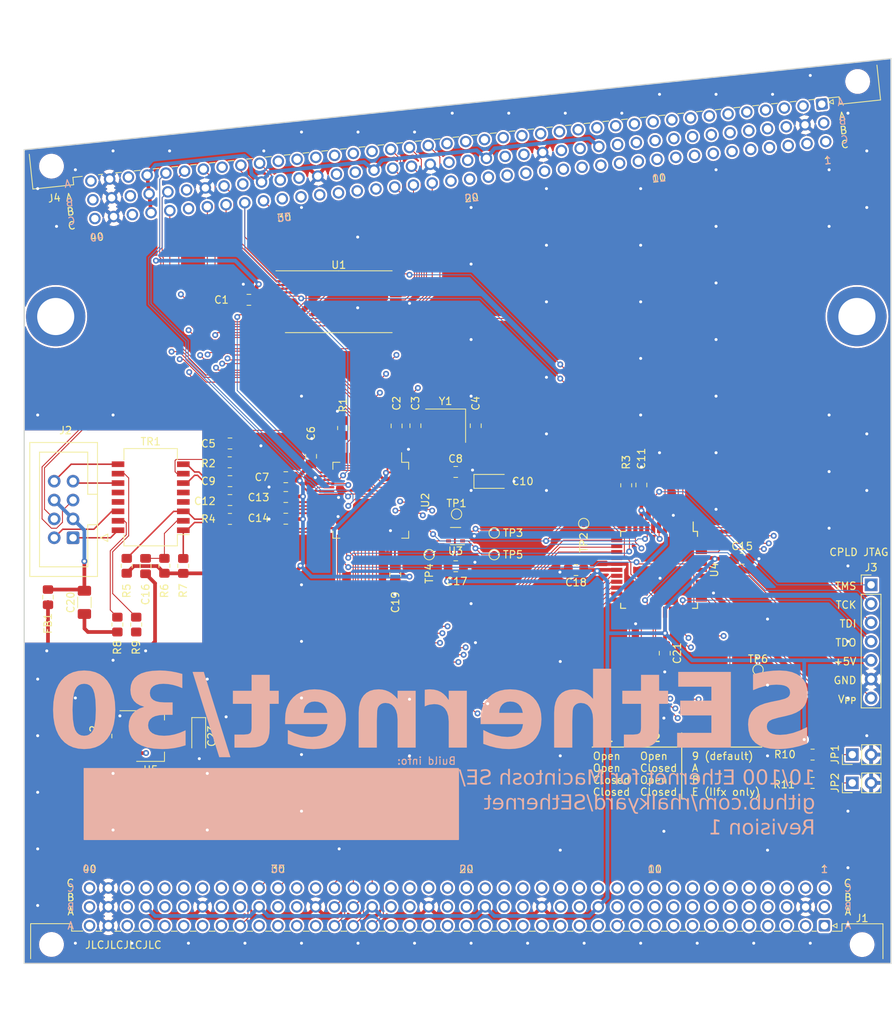
<source format=kicad_pcb>
(kicad_pcb (version 20221018) (generator pcbnew)
  (title_block (title "SEthernet/30 PDS Ethernet card for Macintosh SE/30") (date "2024-01-27") (rev "1"))
  (layers (0 "F.Cu" signal) (1 "In1.Cu" signal) (2 "In2.Cu" signal) (31 "B.Cu" signal) (34 "B.Paste" user) (35 "F.Paste" user) (36 "B.SilkS" user "B.Silkscreen") (37 "F.SilkS" user "F.Silkscreen") (38 "B.Mask" user) (39 "F.Mask" user) (44 "Edge.Cuts" user))
  (net 0 "")
  (net 1 "Net-(TR1-C_TD)")
  (net 2 "GND")
  (net 3 "Net-(TR1-C_RD)")
  (net 4 "/TPIN+")
  (net 5 "/TPIN-")
  (net 6 "+5V")
  (net 7 "+3.3V")
  (net 8 "Net-(U2-OSC1)")
  (net 9 "Earth")
  (net 10 "/PDS Interface/RESV_A1")
  (net 11 "/PDS Interface/RESV_A2")
  (net 12 "/PDS Interface/~{BUSLOCK}")
  (net 13 "~{IRQ3}")
  (net 14 "/PDS Interface/~{IPL2}")
  (net 15 "/PDS Interface/~{CIOUT}")
  (net 16 "/PDS Interface/~{STERM}")
  (net 17 "~{DSACK1}")
  (net 18 "SIZ1")
  (net 19 "/PDS Interface/~{BGACK}")
  (net 20 "/PDS Interface/FC2")
  (net 21 "~{RESET}")
  (net 22 "A31")
  (net 23 "A29")
  (net 24 "A26")
  (net 25 "A23")
  (net 26 "A21")
  (net 27 "A18")
  (net 28 "A15")
  (net 29 "A13")
  (net 30 "A10")
  (net 31 "A7")
  (net 32 "A5")
  (net 33 "A2")
  (net 34 "CPUCLK")
  (net 35 "-12V")
  (net 36 "/PDS Interface/RESV_B1")
  (net 37 "/PDS Interface/~{TM1A}")
  (net 38 "~{IRQ2}")
  (net 39 "/PDS Interface/~{IPL1}")
  (net 40 "~{DS}")
  (net 41 "/PDS Interface/~{CBACK}")
  (net 42 "~{DSACK0}")
  (net 43 "SIZ0")
  (net 44 "/PDS Interface/~{BG}")
  (net 45 "/PDS Interface/FC1")
  (net 46 "/PDS Interface/~{BERR}")
  (net 47 "A28")
  (net 48 "A25")
  (net 49 "A20")
  (net 50 "A17")
  (net 51 "A12")
  (net 52 "A9")
  (net 53 "A4")
  (net 54 "A1")
  (net 55 "/PDS Interface/ECLK")
  (net 56 "-5V")
  (net 57 "/PDS Interface/PFW")
  (net 58 "/PDS Interface/~{TM0A}")
  (net 59 "~{IRQ1}")
  (net 60 "/PDS Interface/~{IPL0}")
  (net 61 "/PDS Interface/~{RMC}")
  (net 62 "/PDS Interface/~{CBREQ}")
  (net 63 "R{slash}~{W}")
  (net 64 "~{AS}")
  (net 65 "/PDS Interface/~{BR}")
  (net 66 "/PDS Interface/FC0")
  (net 67 "/PDS Interface/~{HALT}")
  (net 68 "A30")
  (net 69 "A27")
  (net 70 "A24")
  (net 71 "A22")
  (net 72 "A19")
  (net 73 "A16")
  (net 74 "A14")
  (net 75 "A11")
  (net 76 "A8")
  (net 77 "A6")
  (net 78 "A3")
  (net 79 "A0")
  (net 80 "/PDS Interface/C16M")
  (net 81 "+12V")
  (net 82 "/RX-")
  (net 83 "/RX+")
  (net 84 "/TX-")
  (net 85 "/TX+")
  (net 86 "/TPOUT+")
  (net 87 "/TPOUT-")
  (net 88 "Net-(TR1-C_RX)")
  (net 89 "Net-(TR1-C_TX)")
  (net 90 "/ROM_~{OE}")
  (net 91 "/ROM_~{WE}")
  (net 92 "/B0SEL")
  (net 93 "/B1SEL")
  (net 94 "/ETH_CS")
  (net 95 "/LEDA")
  (net 96 "/LEDB")
  (net 97 "~{NUBUS}")
  (net 98 "/TPIN'+")
  (net 99 "/TPIN'-")
  (net 100 "Net-(U2-OSC2)")
  (net 101 "Net-(U2-VCAP)")
  (net 102 "/ETH_~{INT}")
  (net 103 "D31")
  (net 104 "D28")
  (net 105 "D25")
  (net 106 "D23")
  (net 107 "D20")
  (net 108 "D17")
  (net 109 "D15")
  (net 110 "D12")
  (net 111 "D9")
  (net 112 "D7")
  (net 113 "D4")
  (net 114 "D1")
  (net 115 "D30")
  (net 116 "D27")
  (net 117 "D22")
  (net 118 "D19")
  (net 119 "D14")
  (net 120 "D11")
  (net 121 "D6")
  (net 122 "D3")
  (net 123 "D29")
  (net 124 "D26")
  (net 125 "D24")
  (net 126 "D21")
  (net 127 "D18")
  (net 128 "D16")
  (net 129 "D13")
  (net 130 "D10")
  (net 131 "D8")
  (net 132 "D5")
  (net 133 "D2")
  (net 134 "D0")
  (net 135 "Net-(C20-Pad1)")
  (net 136 "Net-(U2-RBIAS)")
  (net 137 "/TMS")
  (net 138 "/TCK")
  (net 139 "/TDI")
  (net 140 "/TDO")
  (net 141 "/~{SLOTID_0}")
  (net 142 "/~{SLOTID_1}")
  (net 143 "/CPLD_VPP")
  (net 144 "/B1SEL'")
  (net 145 "/B0SEL'")
  (net 146 "/ENC_CLK")
  (net 147 "Net-(TP6-Pad1)")
  (footprint "Capacitor_SMD:C_0805_2012Metric_Pad1.18x1.45mm_HandSolder" (layer "F.Cu") (at 112.664215 111.780548 -90)
    (fp_text reference "C21")
    (fp_text value "1uF")
  )
  (footprint "TestPoint:TestPoint_Pad_D1.0mm" (layer "F.Cu") (at 101.74577 94.321075)
    (fp_text reference "TP2")
    (fp_text value "TestPoint")
  )
  (footprint "Capacitor_SMD:C_0805_2012Metric_Pad1.18x1.45mm_HandSolder" (layer "F.Cu") (at 84.491714 100.075048)
    (fp_text reference "C17")
    (fp_text value "1uF")
  )
  (footprint "TestPoint:TestPoint_Pad_D1.0mm" (layer "F.Cu") (at 125.24077 114.006075)
    (fp_text reference "TP6")
    (fp_text value "TestPoint")
  )
  (footprint "Resistor_SMD:R_0805_2012Metric_Pad1.20x1.40mm_HandSolder" (layer "F.Cu") (at 54.022815 86.0805)
    (fp_text reference "R2")
    (fp_text value "49.9")
  )
  (footprint "Connector_PinHeader_2.54mm:PinHeader_1x02_P2.54mm_Vertical" (layer "F.Cu") (at 137.94077 125.436075 90)
    (fp_text reference "JP1")
    (fp_text value "SolderJumper_2_Open")
  )
  (footprint "PDS-Ethernet:DIN41612_C_3x40_Male_Horizontal_THT" (layer "F.Cu") (at 134.188602 148.475 180)
    (fp_text reference "J1")
    (fp_text value "Mac SE/30 PDS Interface")
  )
  (footprint "Capacitor_SMD:C_0805_2012Metric_Pad1.18x1.45mm_HandSolder" (layer "F.Cu") (at 54.060315 91.1605 180)
    (fp_text reference "C12")
    (fp_text value "6.8nF")
  )
  (footprint "TestPoint:TestPoint_Pad_D1.0mm" (layer "F.Cu") (at 84.60077 93.051075)
    (fp_text reference "TP1")
    (fp_text value "TestPoint")
  )
  (footprint "Resistor_SMD:R_0805_2012Metric_Pad1.20x1.40mm_HandSolder" (layer "F.Cu") (at 69.304715 81.464047 90)
    (fp_text reference "R1")
    (fp_text value "12.4K")
  )
  (footprint "Capacitor_Tantalum_SMD:CP_EIA-3216-18_Kemet-A_Pad1.58x1.35mm_HandSolder" (layer "F.Cu") (at 49.847815 122.935048 -90)
    (fp_text reference "C23")
    (fp_text value "10uF")
  )
  (footprint "TestPoint:TestPoint_Pad_D1.0mm" (layer "F.Cu") (at 89.68077 95.591075)
    (fp_text reference "TP3")
    (fp_text value "TestPoint")
  )
  (footprint "Capacitor_SMD:C_0805_2012Metric_Pad1.18x1.45mm_HandSolder" (layer "F.Cu") (at 54.060314 88.620499 180)
    (fp_text reference "C9")
    (fp_text value "6.8nF")
  )
  (footprint "MountingHole:MountingHole_5mm" (layer "F.Cu") (at 30.570001 66.45)
    (fp_text reference "H1" hide)
    (fp_text value "MountingHole")
  )
  (footprint "Package_QFP:TQFP-44_10x10mm_P0.8mm" (layer "F.Cu") (at 111.902214 100.558499 -90)
    (fp_text reference "U4")
    (fp_text value "ATF1502AS-xAx44")
  )
  (footprint "Package_QFP:TQFP-64_10x10mm_P0.5mm" (layer "F.Cu") (at 73.040214 91.185048 -90)
    (fp_text reference "U2")
    (fp_text value "ENC624J600-PT")
  )
  (footprint "Capacitor_SMD:C_0805_2012Metric_Pad1.18x1.45mm_HandSolder" (layer "F.Cu") (at 61.584215 90.751047)
    (fp_text reference "C13")
    (fp_text value "0.1uF")
  )
  (footprint "Resistor_SMD:R_0805_2012Metric_Pad1.20x1.40mm_HandSolder" (layer "F.Cu") (at 38.880769 107.926075 -90)
    (fp_text reference "R8")
    (fp_text value "75")
  )
  (footprint "Capacitor_SMD:C_0805_2012Metric_Pad1.18x1.45mm_HandSolder" (layer "F.Cu") (at 76.517814 81.173547 -90)
    (fp_text reference "C2")
    (fp_text value "0.1uF")
  )
  (footprint "Resistor_SMD:R_0805_2012Metric_Pad1.20x1.40mm_HandSolder" (layer "F.Cu") (at 107.47 89.169048 -90)
    (fp_text reference "R3")
    (fp_text value "10K")
  )
  (footprint "TestPoint:TestPoint_Pad_D1.0mm" (layer "F.Cu") (at 80.91777 98.512075)
    (fp_text reference "TP4")
    (fp_text value "TestPoint")
  )
  (footprint "Capacitor_SMD:C_0805_2012Metric_Pad1.18x1.45mm_HandSolder" (layer "F.Cu") (at 109.514615 89.131548 90)
    (fp_text reference "C11")
    (fp_text value "1uF")
  )
  (footprint "Package_TO_SOT_SMD:SOT-223-3_TabPin2" (layer "F.Cu") (at 43.322215 122.935048)
    (fp_text reference "U5")
    (fp_text value "LD1117S33TR_SOT223")
  )
  (footprint "Capacitor_SMD:C_0805_2012Metric_Pad1.18x1.45mm_HandSolder" (layer "F.Cu") (at 64.986715 85.268547 -90)
    (fp_text reference "C6")
    (fp_text value "1uF")
  )
  (footprint "Capacitor_SMD:C_1206_3216Metric_Pad1.33x1.80mm_HandSolder" (layer "F.Cu") (at 34.43577 104.9375 90)
    (fp_text reference "C20")
    (fp_text value "1000pF 2KV")
  )
  (footprint "Capacitor_SMD:C_0805_2012Metric_Pad1.18x1.45mm_HandSolder" (layer "F.Cu") (at 100.704714 100.583048 180)
    (fp_text reference "C18")
    (fp_text value "1uF")
  )
  (footprint "Capacitor_SMD:C_0805_2012Metric_Pad1.18x1.45mm_HandSolder" (layer "F.Cu") (at 61.584214 88.084047 180)
    (fp_text reference "C7")
    (fp_text value "0.1uF")
  )
  (footprint "Capacitor_SMD:C_0805_2012Metric_Pad1.18x1.45mm_HandSolder" (layer "F.Cu") (at 42.6815 100.0505 -90)
    (fp_text reference "C16")
    (fp_text value "0.01uF")
  )
  (footprint "Capacitor_SMD:C_0805_2012Metric_Pad1.18x1.45mm_HandSolder" (layer "F.Cu") (at 61.584215 93.672048 180)
    (fp_text reference "C14")
    (fp_text value "0.1uF")
  )
  (footprint "Connector_PinHeader_2.54mm:PinHeader_1x02_P2.54mm_Vertical" (layer "F.Cu") (at 137.940769 129.246075 90)
    (fp_text reference "JP2")
    (fp_text value "SolderJumper_2_Open")
  )
  (footprint "Capacitor_SMD:C_0805_2012Metric_Pad1.18x1.45mm_HandSolder" (layer "F.Cu") (at 37.401814 122.935047 90)
    (fp_text reference "C22")
    (fp_text value "0.1uF")
  )
  (footprint "Crystal:Crystal_SMD_3225-4Pin_3.2x2.5mm_HandSoldering" (layer "F.Cu") (at 83.121814 81.152048 180)
    (fp_text reference "Y1")
    (fp_text value "25MHz")
  )
  (footprint "PDS-Ethernet:DIN41612_C_3x40_Female_Horizontal_THT" (layer "F.Cu") (at 35.317674 48.2 6)
    (fp_text reference "J4")
    (fp_text value "Mac SE/30 PDS Interface")
  )
  (footprint "Capacitor_SMD:C_0805_2012Metric_Pad1.18x1.45mm_HandSolder" (layer "F.Cu") (at 79.057814 81.152047 90)
    (fp_text reference "C3")
    (fp_text value "18pF")
  )
  (footprint "TestPoint:TestPoint_Pad_D1.0mm" (layer "F.Cu") (at 89.68077 98.512075)
    (fp_text reference "TP5")
    (fp_text value "TestPoint")
  )
  (footprint "Inductor_SMD:L_0805_2012Metric_Pad1.15x1.40mm_HandSolder" (layer "F.Cu") (at 29.527 104.236075 90)
    (fp_text reference "FB1")
    (fp_text value "FerriteBead")
  )
  (footprint "Capacitor_SMD:C_0805_2012Metric_Pad1.18x1.45mm_HandSolder" (layer "F.Cu") (at 87.185814 81.152047 -90)
    (fp_text reference "C4")
    (fp_text value "18pF")
  )
  (footprint "Transformer_SMD:Transformer_Ethernet_Bourns_PT61017PEL" (layer "F.Cu") (at 43.37 90.7795 180)
    (fp_text reference "TR1")
    (fp_text value "PT61017PEL")
  )
  (footprint "Resistor_SMD:R_0805_2012Metric_Pad1.20x1.40mm_HandSolder" (layer "F.Cu") (at 45.221501 100.012999 90)
    (fp_text reference "R6")
    (fp_text value "10R 1/12W")
  )
  (footprint "Resistor_SMD:R_0805_2012Metric_Pad1.20x1.40mm_HandSolder" (layer "F.Cu") (at 132.59077 125.436075)
    (fp_text reference "R10")
    (fp_text value "10K")
  )
  (footprint "Capacitor_SMD:C_0805_2012Metric_Pad1.18x1.45mm_HandSolder" (layer "F.Cu") (at 123.099715 99.059047)
    (fp_text reference "C15")
    (fp_text value "1uF")
  )
  (footprint "Capacitor_SMD:C_0805_2012Metric_Pad1.18x1.45mm_HandSolder" (layer "F.Cu") (at 76.342214 101.191547 -90)
    (fp_text reference "C19")
    (fp_text value "1uF")
  )
  (footprint "Resistor_SMD:R_0805_2012Metric_Pad1.20x1.40mm_HandSolder" (layer "F.Cu") (at 41.42077 107.926075 -90)
    (fp_text reference "R9")
    (fp_text value "75")
  )
  (footprint "Capacitor_SMD:C_0805_2012Metric_Pad1.18x1.45mm_HandSolder" (layer "F.Cu") (at 54.060315 83.5405)
    (fp_text reference "C5")
    (fp_text value "0.01uF")
  )
  (footprint "Capacitor_SMD:C_0805_2012Metric_Pad1.18x1.45mm_HandSolder" (layer "F.Cu") (at 56.610314 64.201048 180)
    (fp_text reference "C1")
    (fp_text value "1uF")
  )
  (footprint "Connector_PinHeader_2.54mm:PinHeader_1x07_P2.54mm_Vertical" (layer "F.Cu") (at 140.48077 102.576075)
    (fp_text reference "J3")
    (fp_text value "Conn_01x07")
  )
  (footprint "Capacitor_SMD:C_0805_2012Metric_Pad1.18x1.45mm_HandSolder" (layer "F.Cu") (at 84.491714 87.375047)
    (fp_text reference "C8")
    (fp_text value "1uF")
  )
  (footprint "Package_TO_SOT_SMD:SOT-363_SC-70-6" (layer "F.Cu") (at 84.470215 96.011048 180)
    (fp_text reference "U3")
    (fp_text value "74LVC2G17")
  )
  (footprint "Resistor_SMD:R_0805_2012Metric_Pad1.20x1.40mm_HandSolder" (layer "F.Cu") (at 54.054815 93.700499 180)
    (fp_text reference "R4")
    (fp_text value "49.9")
  )
  (footprint "Package_SO:TSOP-I-32_14.4x8mm_P0.5mm" (layer "F.Cu") (at 68.722214 64.455048)
    (fp_text reference "U1")
    (fp_text value "SST39SF010")
  )
  (footprint "Connector_IDC:IDC-Header_2x04_P2.54mm_Vertical" (layer "F.Cu") (at 32.9074 96.240499 180)
    (fp_text reference "J2")
    (fp_text value "Conn_02x05_Odd_Even")
  )
  (footprint "Resistor_SMD:R_0805_2012Metric_Pad1.20x1.40mm_HandSolder" (layer "F.Cu") (at 47.763701 100.029 -90)
    (fp_text reference "R7")
    (fp_text value "49.9")
  )
  (footprint "Resistor_SMD:R_0805_2012Metric_Pad1.20x1.40mm_HandSolder" (layer "F.Cu") (at 40.1415 100.013 90)
    (fp_text reference "R5")
    (fp_text value "49.9")
  )
  (footprint "MountingHole:MountingHole_5mm" (layer "F.Cu") (at 138.57 66.45)
    (fp_text reference "H2" hide)
    (fp_text value "MountingHole")
  )
  (footprint "Capacitor_Tantalum_SMD:CP_EIA-3216-18_Kemet-A_Pad1.58x1.35mm_HandSolder" (layer "F.Cu") (at 89.431314 88.645048)
    (fp_text reference "C10")
    (fp_text value "10uF")
  )
  (footprint "Resistor_SMD:R_0805_2012Metric_Pad1.20x1.40mm_HandSolder" (layer "F.Cu") (at 132.590769 129.246075)
    (fp_text reference "R11")
    (fp_text value "10K")
  )
  (gr_rect (start 34.41037 127.315675) (end 84.85477 136.866075) (stroke (width 0.15)) (fill solid) (layer "B.SilkS"))
  (gr_line (start 102.88877 124.420075) (end 125.74877 124.420075) (stroke (width 0.15)) (layer "F.SilkS"))
  (gr_line (start 114.95377 122.515075) (end 114.95377 131.405075) (stroke (width 0.15)) (layer "F.SilkS"))
  (gr_line (start 143.16 31.719621) (end 143.16 153.55) (stroke (width 0.16)) (layer "Edge.Cuts"))
  (gr_line (start 26.32 44) (end 143.16 31.719621) (stroke (width 0.16)) (layer "Edge.Cuts"))
  (gr_line (start 143.16 153.55) (end 26.320001 153.549999) (stroke (width 0.16)) (layer "Edge.Cuts"))
  (gr_line (start 26.320001 153.549999) (end 26.32 44) (stroke (width 0.16)) (layer "Edge.Cuts"))
  (gr_text "SEthernet/30" (at 132.94697 126.198075) (layer "B.SilkS") (effects (font (size 10 10) (thickness 1.25)) (justify left bottom mirror)))
  (gr_text "Build info:" (at 84.61 126.87) (layer "B.SilkS") (effects (font (size 1 1)) (justify left bottom mirror)))
  (gr_text "10/100 Ethernet for Macintosh SE/30\ngithub.com/rhalkyard/SEthernet\nRevision 1" (at 132.94697 127.468075) (layer "B.SilkS") (effects (font (size 2 2)) (justify left top mirror)))
  (gr_text "Slot" (at 116.22377 123.785075) (layer "F.SilkS") (effects (font (size 1 1) (thickness 0.2) bold) (justify left bottom)))
  (gr_text "TDO" (at 138.585 110.36) (layer "F.SilkS") (effects (font (size 1 1)) (justify right)))
  (gr_text "Open\nOpen\nClosed\nClosed" (at 102.88877 125.055075) (layer "F.SilkS") (effects (font (size 1 1)) (justify left top)))
  (gr_text "GND" (at 138.585 115.439999) (layer "F.SilkS") (effects (font (size 1 1)) (justify right)))
  (gr_text "TDI" (at 138.585 107.819999) (layer "F.SilkS") (effects (font (size 1 1)) (justify right)))
  (gr_text "JP1" (at 102.88877 123.785075) (layer "F.SilkS") (effects (font (size 1 1) (thickness 0.2) bold) (justify left bottom)))
  (gr_text "9 (default)\nA\nB\nE (IIfx only)" (at 116.22377 125.055075) (layer "F.SilkS") (effects (font (size 1 1)) (justify left top)))
  (gr_text "TCK" (at 138.585001 105.279999) (layer "F.SilkS") (effects (font (size 1 1)) (justify right)))
  (gr_text "V_{PP}" (at 138.585 117.98) (layer "F.SilkS") (effects (font (size 1 1)) (justify right)))
  (gr_text "CPLD JTAG" (at 134.76577 98.766075) (layer "F.SilkS") (effects (font (size 1 1)) (justify left bottom)))
  (gr_text "TMS" (at 138.585 102.739999) (layer "F.SilkS") (effects (font (size 1 1)) (justify right)))
  (gr_text "JP2" (at 109.23877 123.785075) (layer "F.SilkS") (effects (font (size 1 1) (thickness 0.2) bold) (justify left bottom)))
  (gr_text "JLCJLCJLCJLC" (at 34.445 151.649999) (layer "F.SilkS") (effects (font (size 1 1)) (justify left bottom)))
  (gr_text "Open\nClosed\nOpen\nClosed" (at 109.23877 125.055075) (layer "F.SilkS") (effects (font (size 1 1)) (justify left top)))
  (gr_text "+5V" (at 138.585001 112.899999) (layer "F.SilkS") (effects (font (size 1 1)) (justify right)))
  (segment (start 45.221501 95.652999) (end 46.92 93.9545) (width 0.125) (layer "F.Cu") (net 1))
  (segment (start 46.92 93.9545) (end 47.769999 93.9545) (width 0.125) (layer "F.Cu") (net 1))
  (segment (start 45.2215 99.012999) (end 45.221501 95.652999) (width 0.125) (layer "F.Cu") (net 1))
  (segment (start 45.2215 99.012999) (end 42.6815 99.013) (width 0.125) (layer "F.Cu") (net 1))
  (segment (start 88.534215 78.485048) (end 88.713814 78.664648) (width 0.5) (layer "F.Cu") (net 2))
  (segment (start 108.702215 107.782214) (end 108.740001 107.82) (width 0.5) (layer "F.Cu") (net 2))
  (segment (start 49.847815 125.904648) (end 49.926214 125.983048) (width 0.5) (layer "F.Cu") (net 2))
  (segment (start 68.582871 93.435048) (end 68.634543 93.383376) (width 0.25) (layer "F.Cu") (net 2))
  (segment (start 117.602215 102.958499) (end 118.515083 102.958499) (width 0.5) (layer "F.Cu") (net 2))
  (segment (start 55.572813 64.201048) (end 55.572814 62.384687) (width 0.5) (layer "F.Cu") (net 2))
  (segment (start 78.194615 84.401448) (end 78.628215 84.401448) (width 0.25) (layer "F.Cu") (net 2))
  (segment (start 59.324214 89.528547) (end 59.324214 89.407048) (width 0.5) (layer "F.Cu") (net 2))
  (segment (start 113.502215 94.858499) (end 113.502214 93.532786) (width 0.5) (layer "F.Cu") (net 2))
  (segment (start 76.790214 85.522548) (end 77.911315 84.401448) (width 0.25) (layer "F.Cu") (net 2))
  (segment (start 67.377715 93.435048) (end 68.582871 93.435048) (width 0.25) (layer "F.Cu") (net 2))
  (segment (start 39.077505 120.221856) (end 39.222215 120.221856) (width 0.5) (layer "F.Cu") (net 2))
  (segment (start 69.304714 80.464047) (end 68.542386 79.701719) (width 0.5) (layer "F.Cu") (net 2))
  (segment (start 59.324214 89.306547) (end 60.546715 88.084047) (width 0.5) (layer "F.Cu") (net 2))
  (segment (start 77.911315 84.401448) (end 78.045814 84.401448) (width 0.25) (layer "F.Cu") (net 2))
  (segment (start 67.377714 90.435048) (end 68.314814 90.435048) (width 0.25) (layer "F.Cu") (net 2))
  (segment (start 86.502215 87.375047) (end 86.756215 87.121048) (width 0.5) (layer "F.Cu") (net 2))
  (segment (start 59.324214 89.407048) (end 59.324214 89.306547) (width 0.5) (layer "F.Cu") (net 2))
  (segment (start 76.409714 64.705048) (end 78.226671 64.705048) (width 0.25) (layer "F.Cu") (net 2))
  (segment (start 67.377715 90.935048) (end 68.567598 90.935048) (width 0.25) (layer "F.Cu") (net 2))
  (segment (start 59.377214 93.672048) (end 59.324214 93.725048) (width 0.5) (layer "F.Cu") (net 2))
  (segment (start 65.759952 87.935048) (end 65.56 88.135) (width 0.125) (layer "F.Cu") (net 2))
  (segment (start 113.502214 93.532786) (end 113.82 93.215) (width 0.5) (layer "F.Cu") (net 2))
  (segment (start 75.790215 95.377059) (end 75.692501 95.279345) (width 0.25) (layer "F.Cu") (net 2))
  (segment (start 64.986715 84.231047) (end 64.986715 82.982548) (width 0.5) (layer "F.Cu") (net 2))
  (segment (start 43.96077 102.367269) (end 43.96077 110.196083) (width 0.5) (layer "F.Cu") (net 2))
  (segment (start 88.713814 78.664648) (end 88.713815 84.401448) (width 0.5) (layer "F.Cu") (net 2))
  (segment (start 98.815537 100.583048) (end 98.536085 100.8625) (width 0.5) (layer "F.Cu") (net 2))
  (segment (start 68.567598 90.935048) (end 68.691205 90.81144) (width 0.25) (layer "F.Cu") (net 2))
  (segment (start 124.137214 99.059048) (end 125.364214 99.059048) (width 0.5) (layer "F.Cu") (net 2))
  (segment (start 75.790215 96.847548) (end 75.790215 95.377059) (width 0.25) (layer "F.Cu") (net 2))
  (segment (start 68.314814 90.435048) (end 68.691205 90.81144) (width 0.25) (layer "F.Cu") (net 2))
  (segment (start 86.54026 100.075048) (end 87.077809 99.5375) (width 0.5) (layer "F.Cu") (net 2))
  (segment (start 109.514614 86.708976) (end 109.530501 86.69309) (width 0.5) (layer "F.Cu") (net 2))
  (segment (start 67.377714 87.935048) (end 65.759952 87.935048) (width 0.125) (layer "F.Cu") (net 2))
  (segment (start 76.517814 80.136047) (end 78.168813 78.485048) (width 0.5) (layer "F.Cu") (net 2))
  (segment (start 90.868814 88.645048) (end 92.344214 88.645048) (width 0.5) (layer "F.Cu") (net 2))
  (segment (start 109.514615 88.094048) (end 109.514614 86.708976) (width 0.5) (layer "F.Cu") (net 2))
  (segment (start 112.664214 112.818048) (end 112.664215 114.299048) (width 0.5) (layer "F.Cu") (net 2))
  (segment (start 68.542386 79.701719) (end 68.542386 79.198901) (width 0.5) (layer "F.Cu") (net 2))
  (segment (start 85.529215 100.075048) (end 86.54026 100.075048) (width 0.5) (layer "F.Cu") (net 2))
  (segment (start 55.097814 83.5405) (end 57.915914 83.5405) (width 0.5) (layer "F.Cu") (net 2))
  (segment (start 64.986715 82.982548) (end 65.086173 82.88309) (width 0.5) (layer "F.Cu") (net 2))
  (segment (start 57.915914 83.5405) (end 58.230997 83.855583) (width 0.5) (layer "F.Cu") (net 2))
  (segment (start 43.96077 110.196083) (end 42.690778 111.466075) (width 0.5) (layer "F.Cu") (net 2))
  (segment (start 76.342214 102.229047) (end 76.342214 103.787463) (width 0.5) (layer "F.Cu") (net 2))
  (segment (start 78.045814 84.401448) (end 78.120214 84.327048) (width 0.25) (layer "F.Cu") (net 2))
  (segment (start 78.226671 64.705048) (end 78.264219 64.6675) (width 0.25) (layer "F.Cu") (net 2))
  (segment (start 49.847814 124.372548) (end 49.847815 125.904648) (width 0.5) (layer "F.Cu") (net 2))
  (segment (start 85.603714 87.375047) (end 86.502215 87.375047) (width 0.5) (layer "F.Cu") (net 2))
  (segment (start 108.702214 106.258499) (end 108.702215 107.782214) (width 0.5) (layer "F.Cu") (net 2))
  (segment (start 88.713815 84.401448) (end 78.628215 84.401448) (width 0.5) (layer "F.Cu") (net 2))
  (segment (start 107.470001 88.169048) (end 109.439614 88.169048) (width 0.5) (layer "F.Cu") (net 2))
  (segment (start 39.635407 120.635048) (end 39.222215 120.221856) (width 0.5) (layer "F.Cu") (net 2))
  (segment (start 29.527 111.304075) (end 29.365 111.466075) (width 0.5) (layer "F.Cu") (net 2))
  (segment (start 78.120214 84.327048) (end 78.194615 84.401448) (width 0.25) (layer "F.Cu") (net 2))
  (segment (start 55.572814 62.384687) (end 55.8575 62.1) (width 0.5) (layer "F.Cu") (net 2))
  (segment (start 99.667215 100.583048) (end 98.815537 100.583048) (width 0.5) (layer "F.Cu") (net 2))
  (segment (start 78.168813 78.485048) (end 88.534215 78.485048) (width 0.5) (layer "F.Cu") (net 2))
  (segment (start 60.546714 90.751047) (end 59.324214 89.528547) (width 0.5) (layer "F.Cu") (net 2))
  (segment (start 29.527 104.8765) (end 29.527 111.304075) (width 0.5) (layer "F.Cu") (net 2))
  (segment (start 118.515083 102.958499) (end 119.233292 103.676708) (width 0.5) (layer "F.Cu") (net 2))
  (segment (start 42.681501 101.088) (end 43.96077 102.367269) (width 0.5) (layer "F.Cu") (net 2))
  (segment (start 60.546714 93.672048) (end 59.377214 93.672048) (width 0.5) (layer "F.Cu") (net 2))
  (segment (start 76.342214 103.787463) (end 76.283602 103.846075) (width 0.5) (layer "F.Cu") (net 2))
  (segment (start 37.401814 121.897547) (end 39.077505 120.221856) (width 0.5) (layer "F.Cu") (net 2))
  (via (at 119.580018 61.929032) (size 0.8) (drill 0.4) (layers "F.Cu" "B.Cu") (net 2))
  (via (at 63.700018 77.169032) (size 0.8) (drill 0.4) (layers "F.Cu" "B.Cu") (net 2))
  (via (at 99.260018 39.069032) (size 0.8) (drill 0.4) (layers "F.Cu" "B.Cu") (net 2))
  (via (at 63.700018 133.049032) (size 0.8) (drill 0.4) (layers "F.Cu" "B.Cu") (net 2))
  (via (at 28.140018 138.129032) (size 0.8) (drill 0.4) (layers "F.Cu" "B.Cu") (net 2))
  (via (at 55.8575 62.1) (size 0.8) (drill 0.4) (layers "F.Cu" "B.Cu") (net 2))
  (via (at 68.691205 90.81144) (size 0.8) (drill 0.4) (layers "F.Cu" "B.Cu") (net 2))
  (via (at 53.540018 120.349032) (size 0.8) (drill 0.4) (layers "F.Cu" "B.Cu") (net 2))
  (via (at 126.52 107.185) (size 0.8) (drill 0.4) (layers "F.Cu" "B.Cu") (net 2))
  (via (at 96.720018 74.629032) (size 0.8) (drill 0.4) (layers "F.Cu" "B.Cu") (net 2))
  (via (at 86.995017 96.010354) (size 0.8) (drill 0.4) (layers "F.Cu" "B.Cu") (net 2))
  (via (at 137.360018 39.069032) (size 0.8) (drill 0.4) (layers "F.Cu" "B.Cu") (net 2))
  (via (at 91.640018 39.069032) (size 0.8) (drill 0.4) (layers "F.Cu" "B.Cu") (net 2))
  (via (at 28.140018 49.229032) (size 0.8) (drill 0.4) (layers "F.Cu" "B.Cu") (net 2))
  (via (at 78.940018 150.829032) (size 0.8) (drill 0.4) (layers "F.Cu" "B.Cu") (net 2))
  (via (at 29.365 111.466075) (size 0.8) (drill 0.4) (layers "F.Cu" "B.Cu") (net 2))
  (via (at 75.692501 95.279345) (size 0.8) (drill 0.4) (layers "F.Cu" "B.Cu") (net 2))
  (via (at 28.140018 145.749032) (size 0.8) (drill 0.4) (layers "F.Cu" "B.Cu") (net 2))
  (via (at 63.700018 102.569032) (size 0.8) (drill 0.4) (layers "F.Cu" "B.Cu") (net 2))
  (via (at 108.740001 107.82) (size 0.8) (drill 0.4) (layers "F.Cu" "B.Cu") (net 2))
  (via (at 98.58 112.9) (size 0.8) (drill 0.4) (layers "F.Cu" "B.Cu") (net 2))
  (via (at 112.032243 101.686547) (size 0.8) (drill 0.4) (layers "F.Cu" "B.Cu") (net 2))
  (via (at 59.324214 89.407048) (size 0.8) (drill 0.4) (layers "F.Cu" "B.Cu") (net 2))
  (via (at 106.880018 39.069032) (size 0.8) (drill 0.4) (layers "F.Cu" "B.Cu") (net 2))
  (via (at 28.140018 115.269032) (size 0.8) (drill 0.4) (layers "F.Cu" "B.Cu") (net 2))
  (via (at 38.300018 135.589032) (size 0.8) (drill 0.4) (layers "F.Cu" "B.Cu") (net 2))
  (via (at 78.940018 41.609032) (size 0.8) (drill 0.4) (layers "F.Cu" "B.Cu") (net 2))
  (via (at 109.420018 56.849032) (size 0.8) (drill 0.4) (layers "F.Cu" "B.Cu") (net 2))
  (via (at 96.720018 64.469032) (size 0.8) (drill 0.4) (layers "F.Cu" "B.Cu") (net 2))
  (via (at 109.420018 49.229032) (size 0.8) (drill 0.4) (layers "F.Cu" "B.Cu") (net 2))
  (via (at 112.664215 114.299048) (size 0.8) (drill 0.4) (layers "F.Cu" "B.Cu") (net 2))
  (via (at 68.780018 138.129032) (size 0.8) (drill 0.4) (layers "F.Cu" "B.Cu") (net 2))
  (via (at 78.120214 84.327048) (size 0.8) (drill 0.4) (layers "F.Cu" "B.Cu") (net 2))
  (via (at 96.720018 56.849032) (size 0.8) (drill 0.4) (layers "F.Cu" "B.Cu") (net 2))
  (via (at 56.080018 150.829032) (size 0.8) (drill 0.4) (layers "F.Cu" "B.Cu") (net 2))
  (via (at 38.300018 44.149032) (size 0.8) (drill 0.4) (layers "F.Cu" "B.Cu") (net 2))
  (via (at 119.580018 46.689032) (size 0.8) (drill 0.4) (layers "F.Cu" "B.Cu") (net 2))
  (via (at 87.077809 99.5375) (size 0.8) (drill 0.4) (layers "F.Cu" "B.Cu") (net 2))
  (via (at 65.56 88.135) (size 0.8) (drill 0.4) (layers "F.Cu" "B.Cu") (net 2))
  (via (at 78.264219 64.6675) (size 0.8) (drill 0.4) (layers "F.Cu" "B.Cu") (net 2))
  (via (at 139.900018 122.889032) (size 0.8) (drill 0.4) (layers "F.Cu" "B.Cu") (net 2))
  (via (at 139.900018 82.249032) (size 0.8) (drill 0.4) (layers "F.Cu" "B.Cu") (net 2))
  (via (at 68.542386 79.198901) (size 0.8) (drill 0.4) (layers "F.Cu" "B.Cu") (net 2))
  (via (at 63.700018 125.429032) (size 0.8) (drill 0.4) (layers "F.Cu" "B.Cu") (net 2))
  (via (at 124.660018 150.829032) (size 0.8) (drill 0.4) (layers "F.Cu" "B.Cu") (net 2))
  (via (at 84.020018 39.069032) (size 0.8) (drill 0.4) (layers "F.Cu" "B.Cu") (net 2))
  (via (at 119.580018 84.789032) (size 0.8) (drill 0.4) (layers "F.Cu" "B.Cu") (net 2))
  (via (at 33.220018 46.689032) (size 0.8) (drill 0.4) (layers "F.Cu" "B.Cu") (net 2))
  (via (at 40.840018 150.829032) (size 0.8) (drill 0.4) (layers "F.Cu" "B.Cu") (net 2))
  (via (at 119.580018 69.549032) (size 0.8) (drill 0.4) (layers "F.Cu" "B.Cu") (net 2))
  (via (at 86.560018 150.829032) (size 0.8) (drill 0.4) (layers "F.Cu" "B.Cu") (net 2))
  (via (at 92.344214 88.645048) (size 0.8) (drill 0.4) (layers "F.Cu" "B.Cu") (net 2))
  (via (at 98.58 138.3) (size 0.8) (drill 0.4) (layers "F.Cu" "B.Cu") (net 2))
  (via (at 119.580018 36.529032) (size 0.8) (drill 0.4) (layers "F.Cu" "B.Cu") (net 2))
  (via (at 98.536085 100.8625) (size 0.8) (drill 0.4) (layers "F.Cu" "B.Cu") (net 2))
  (via (at 87.15 110.36) (size 0.8) (drill 0.4) (layers "F.Cu" "B.Cu") (net 2))
  (via (at 119.233292 103.676708) (size 0.8) (drill 0.4) (layers "F.Cu" "B.Cu") (net 2))
  (via (at 71.320018 150.829032) (size 0.8) (drill 0.4) (layers "F.Cu" "B.Cu") (net 2))
  (via (at 38.300018 127.969032) (size 0.8) (drill 0.4) (layers "F.Cu" "B.Cu") (net 2))
  (via (at 111.960018 36.529032) (size 0.8) (drill 0.4) (layers "F.Cu" "B.Cu") (net 2))
  (via (at 63.700018 110.189032) (size 0.8) (drill 0.4) (layers "F.Cu" "B.Cu") (net 2))
  (via (at 109.420018 150.829032) (size 0.8) (drill 0.4) (layers "F.Cu" "B.Cu") (net 2))
  (via (at 86.756215 87.121048) (size 0.8) (drill 0.4) (layers "F.Cu" "B.Cu") (net 2))
  (via (at 139.900018 89.869032) (size 0.8) (drill 0.4) (layers "F.Cu" "B.Cu") (net 2))
  (via (at 63.700018 117.809032) (size 0.8) (drill 0.4) (layers "F.Cu" "B.Cu") (net 2))
  (via (at 65.086173 82.88309) (size 0.8) (drill 0.4) (layers "F.Cu" "B.Cu") (net 2))
  (via (at 119.580018 92.409032) (size 0.8) (drill 0.4) (layers "F.Cu" "B.Cu") (net 2))
  (via (at 45.920018 44.149032) (size 0.8) (drill 0.4) (layers "F.Cu" "B.Cu") (net 2))
  (via (at 42.690778 111.466075) (size 0.8) (drill 0.4) (layers "F.Cu" "B.Cu") (net 2))
  (via (at 134.820018 79.709032) (size 0.8) (drill 0.4) (layers "F.Cu" "B.Cu") (net 2))
  (via (at 134.820018 46.689032) (size 0.8) (drill 0.4) (layers "F.Cu" "B.Cu") (net 2))
  (via (at 86.560018 105.109032) (size 0.8) (drill 0.4) (layers "F.Cu" "B.Cu") (net 2))
  (via (at 119.580018 77.169032) (size 0.8) (drill 0.4) (layers "F.Cu" "B.Cu") (net 2))
  (via (at 33.220018 150.829032) (size 0.8) (drill 0.4) (layers "F.Cu" "B.Cu") (net 2))
  (via (at 86.560018 77.169032) (size 0.8) (drill 0.4) (layers "F.Cu" "B.Cu") (net 2))
  (via (at 126.52 138.3) (size 0.8) (drill 0.4) (layers "F.Cu" "B.Cu") (net 2))
  (via (at 51.000018 135.589032) (size 0.8) (drill 0.4) (layers "F.Cu" "B.Cu") (net 2))
  (via (at 63.700018 150.829032) (size 0.8) (drill 0.4) (layers "F.Cu" "B.Cu") (net 2))
  (via (at 139.900018 51.769032) (size 0.8) (drill 0.4) (layers "F.Cu" "B.Cu") (net 2))
  (via (at 78.26 117.98) (size 0.8) (drill 0.4) (layers "F.Cu" "B.Cu") (net 2))
  (via (at 38.300018 79.709032) (size 0.8) (drill 0.4) (layers "F.Cu" "B.Cu") (net 2))
  (via (at 132.280018 33.989032) (size 0.8) (drill 0.4) (layers "F.Cu" "B.Cu") (net 2))
  (via (at 127.200018 36.529032) (size 0.8) (drill 0.4) (layers "F.Cu" "B.Cu") (net 2))
  (via (at 28.140018 122.889032) (size 0.8) (drill 0.4) (layers "F.Cu" "B.Cu") (net 2))
  (via (at 48.460018 150.829032) (size 0.8) (drill 0.4) (layers "F.Cu" "B.Cu") (net 2))
  (via (at 109.420018 79.709032) (size 0.8) (drill 0.4) (layers "F.Cu" "B.Cu") (net 2))
  (via (at 39.222215 120.221856) (size 0.8) (drill 0.4) (layers "F.Cu" "B.Cu") (net 2))
  (via (at 86.560018 51.769032) (size 0.8) (drill 0.4) (layers "F.Cu" "B.Cu") (net 2))
  (via (at 49.926214 125.983048) (size 0.8) (drill 0.4) (layers "F.Cu" "B.Cu") (net 2))
  (via (at 51.000018 115.269032) (size 0.8) (drill 0.4) (layers "F.Cu" "B.Cu") (net 2))
  (via (at 101.800018 150.829032) (size 0.8) (drill 0.4) (layers "F.Cu" "B.Cu") (net 2))
  (via (at 117.040018 150.829032) (size 0.8) (drill 0.4) (layers "F.Cu" "B.Cu") (net 2))
  (via (at 98.58 125.6) (size 0.8) (drill 0.4) (layers "F.Cu" "B.Cu") (net 2))
  (via (at 137.360018 117.809032) (size 0.8) (drill 0.4) (layers "F.Cu" "B.Cu") (net 2))
  (via (at 71.320018 41.609032) (size 0.8) (drill 0.4) (layers "F.Cu" "B.Cu") (net 2))
  (via (at 109.420018 64.469032) (size 0.8) (drill 0.4) (layers "F.Cu" "B.Cu") (net 2))
  (via (at 33.220018 117.809032) (size 0.8) (drill 0.4) (layers "F.Cu" "B.Cu") (net 2))
  (via (at 71.275 65.275) (size 0.8) (drill 0.4) (layers "F.Cu" "B.Cu") (net 2))
  (via (at 113.82 93.215) (size 0.8) (drill 0.4) (layers "F.Cu" "B.Cu") (net 2))
  (via (at 112.55 135.76) (size 0.8) (drill 0.4) (layers "F.Cu" "B.Cu") (net 2))
  (via (at 126.52 125.6) (size 0.8) (drill 0.4) (layers "F.Cu" "B.Cu") (net 2))
  (via (at 137.360018 133.049032) (size 0.8) (drill 0.4) (layers "F.Cu" "B.Cu") (net 2))
  (via (at 86.560018 69.549032) (size 0.8) (drill 0.4) (layers "F.Cu" "B.Cu") (net 2))
  (via (at 96.720018 89.869032) (size 0.8) (drill 0.4) (layers "F.Cu" "B.Cu") (net 2))
  (via (at 96.720018 82.249032) (size 0.8) (drill 0.4) (layers "F.Cu" "B.Cu") (net 2))
  (via (at 96.720018 49.229032) (size 0.8) (drill 0.4) (layers "F.Cu" "B.Cu") (net 2))
  (via (at 59.324214 93.725048) (size 0.8) (drill 0.4) (layers "F.Cu" "B.Cu") (net 2))
  (via (at 109.420018 72.089032) (size 0.8) (drill 0.4) (layers "F.Cu" "B.Cu") (net 2))
  (via (at 30.680018 54.309032) (size 0.8) (drill 0.4) (layers "F.Cu" "B.Cu") (net 2))
  (via (at 137.360018 110.189032) (size 0.8) (drill 0.4) (layers "F.Cu" "B.Cu") (net 2))
  (via (at 78.26 125.6) (size 0.8) (drill 0.4) (layers "F.Cu" "B.Cu") (net 2))
  (via (at 134.820018 94.949032) (size 0.8) (drill 0.4) (layers "F.Cu" "B.Cu") (net 2))
  (via (at 63.700018 51.769032) (size 0.8) (drill 0.4) (layers "F.Cu" "B.Cu") (net 2))
  (via (at 28.140018 79.709032) (size 0.8) (drill 0.4) (layers "F.Cu" "B.Cu") (net 2))
  (via (at 86.560018 59.389032) (size 0.8) (drill 0.4) (layers "F.Cu" "B.Cu") (net 2))
  (via (at 134.820018 87.329032) (size 0.8) (drill 0.4) (layers "F.Cu" "B.Cu") (net 2))
  (via (at 137.360018 100.029032) (size 0.8) (drill 0.4) (layers "F.Cu" "B.Cu") (net 2))
  (via (at 126.52 116.075) (size 0.8) (drill 0.4) (layers "F.Cu" "B.Cu") (net 2))
  (via (at 111.960018 84.789032) (size 0.8) (drill 0.4) (layers "F.Cu" "B.Cu") (net 2))
  (via (at 137.360018 148.289032) (size 0.8) (drill 0.4) (layers "F.Cu" "B.Cu") (net 2))
  (via (at 58.230997 83.855583) (size 0.8) (drill 0.4) (layers "F.Cu" "B.Cu") (net 2))
  (via (at 68.634543 93.383376) (size 0.8) (drill 0.4) (layers "F.Cu" "B.Cu") (net 2))
  (via (at 125.364214 99.059048) (size 0.8) (drill 0.4) (layers "F.Cu" "B.Cu") (net 2))
  (via (at 137.360018 140.669032) (size 0.8) (drill 0.4) (layers "F.Cu" "B.Cu") (net 2))
  (via (at 63.700018 41.609032) (size 0.8) (drill 0.4) (layers "F.Cu" "B.Cu") (net 2))
  (via (at 86.560018 89.869032) (size 0.8) (drill 0.4) (layers "F.Cu" "B.Cu") (net 2))
  (via (at 94.180018 150.829032) (size 0.8) (drill 0.4) (layers "F.Cu" "B.Cu") (net 2))
  (via (at 76.283602 103.846075) (size 0.8) (drill 0.4) (layers "F.Cu" "B.Cu") (net 2))
  (via (at 71.275 55.75) (size 0.8) (drill 0.4) (layers "F.Cu" "B.Cu") (net 2))
  (via (at 58.620018 44.149032) (size 0.8) (drill 0.4) (layers "F.Cu" "B.Cu") (net 2))
  (via (at 112.55 120.52) (size 0.8) (drill 0.4) (layers "F.Cu" "B.Cu") (net 2))
  (via (at 28.140018 130.509032) (size 0.8) (drill 0.4) (layers "F.Cu" "B.Cu") (net 2))
  (via (at 109.530501 86.69309) (size 0.8) (drill 0.4) (layers "F.Cu" "B.Cu") (net 2))
  (via (at 132.280018 150.829032) (size 0.8) (drill 0.4) (layers "F.Cu" "B.Cu") (net 2))
  (via (at 51.000018 127.969032) (size 0.8) (drill 0.4) (layers "F.Cu" "B.Cu") (net 2))
  (via (at 119.580018 54.309032) (size 0.8) (drill 0.4) (layers "F.Cu" "B.Cu") (net 2))
  (via (at 134.820018 54.309032) (size 0.8) (drill 0.4) (layers "F.Cu" "B.Cu") (net 2))
  (via (at 38.300018 112.729032) (size 0.8) (drill 0.4) (layers "F.Cu" "B.Cu") (net 2))
  (via (at 139.900018 44.149032) (size 0.8) (drill 0.4) (layers "F.Cu" "B.Cu") (net 2))
  (segment (start 46.657499 85.842501) (end 46.808001 85.692) (width 0.125) (layer "F.Cu") (net 3))
  (segment (start 46.808001 85.692) (end 52.634314 85.692) (width 0.125) (layer "F.Cu") (net 3))
  (segment (start 46.657499 87.342) (end 46.657499 85.842501) (width 0.125) (layer "F.Cu") (net 3))
  (segment (start 53.054815 93.700499) (end 53.872814 92.882499) (width 0.125) (layer "F.Cu") (net 3))
  (segment (start 53.872814 86.9305) (end 53.022815 86.0805) (width 0.125) (layer "F.Cu") (net 3))
  (segment (start 47.769999 87.6045) (end 46.919999 87.6045) (width 0.125) (layer "F.Cu") (net 3))
  (segment (start 53.872814 92.882499) (end 53.872814 86.9305) (width 0.125) (layer "F.Cu") (net 3))
  (segment (start 46.919999 87.6045) (end 46.657499 87.342) (width 0.125) (layer "F.Cu") (net 3))
  (segment (start 53.022814 83.5405) (end 53.022815 86.0805) (width 0.125) (layer "F.Cu") (net 3))
  (segment (start 66.271463 92.435048) (end 67.377714 92.435048) (width 0.2) (layer "F.Cu") (net 4))
  (segment (start 59.469014 92.410048) (end 66.246463 92.410048) (width 0.2) (layer "F.Cu") (net 4))
  (segment (start 55.054815 93.700499) (end 55.054814 91.2035) (width 0.2) (layer "F.Cu") (net 4))
  (segment (start 55.097814 91.1605) (end 56.142815 90.1155) (width 0.2) (layer "F.Cu") (net 4))
  (segment (start 66.246463 92.410048) (end 66.271463 92.435048) (width 0.2) (layer "F.Cu") (net 4))
  (segment (start 56.142815 90.1155) (end 57.174466 90.1155) (width 0.2) (layer "F.Cu") (net 4))
  (segment (start 57.174466 90.1155) (end 59.469014 92.410048) (width 0.2) (layer "F.Cu") (net 4))
  (segment (start 56.142814 89.665498) (end 57.360864 89.665498) (width 0.2) (layer "F.Cu") (net 5))
  (segment (start 55.097815 88.620499) (end 56.142814 89.665498) (width 0.2) (layer "F.Cu") (net 5))
  (segment (start 59.655415 91.960048) (end 66.246463 91.960048) (width 0.2) (layer "F.Cu") (net 5))
  (segment (start 57.360864 89.665498) (end 59.655415 91.960048) (width 0.2) (layer "F.Cu") (net 5))
  (segment (start 55.022815 86.0805) (end 55.022814 88.545499) (width 0.2) (layer "F.Cu") (net 5))
  (segment (start 66.271464 91.935048) (end 67.377714 91.935048) (width 0.2) (layer "F.Cu") (net 5))
  (segment (start 66.246463 91.960048) (end 66.271464 91.935048) (width 0.2) (layer "F.Cu") (net 5))
  (segment (start 57.647814 62.392187) (end 57.940001 62.1) (width 0.5) (layer "F.Cu") (net 6))
  (segment (start 42.734602 125.235048) (end 42.748603 125.221048) (width 0.5) (layer "F.Cu") (net 6))
  (segment (start 40.172214 125.235048) (end 42.734602 125.235048) (width 0.5) (layer "F.Cu") (net 6))
  (segment (start 131.59077 125.436075) (end 131.59077 123.531075) (width 0.5) (layer "F.Cu") (net 6))
  (segment (start 101.742215 100.583048) (end 103.43938 100.583048) (width 0.5) (layer "F.Cu") (net 6))
  (segment (start 84.370214 96.336048) (end 84.370214 99.159048) (width 0.25) (layer "F.Cu") (net 6))
  (segment (start 131.59077 125.436075) (end 131.59077 129.246074) (width 0.5) (layer "F.Cu") (net 6))
  (segment (start 83.332714 96.011048) (end 84.045214 96.011048) (width 0.25) (layer "F.Cu") (net 6))
  (segment (start 112.702214 109.09) (end 112.702215 110.705048) (width 0.5) (layer "F.Cu") (net 6))
  (segment (start 83.340001 102.105) (end 83.34 100.189262) (width 0.5) (layer "F.Cu") (net 6))
  (segment (start 40.172214 125.235048) (end 38.664316 125.235048) (width 0.5) (layer "F.Cu") (net 6))
  (segment (start 112.702215 106.258499) (end 112.702214 109.09) (width 0.5) (layer "F.Cu") (net 6))
  (segment (start 109.514614 92.58) (end 109.514614 94.846099) (width 0.5) (layer "F.Cu") (net 6))
  (segment (start 61.034714 64.205048) (end 57.651813 64.205048) (width 0.25) (layer "F.Cu") (net 6))
  (segment (start 103.43938 100.583048) (end 103.561028 100.704696) (width 0.5) (layer "F.Cu") (net 6))
  (segment (start 57.647813 64.201048) (end 57.647814 62.392187) (width 0.5) (layer "F.Cu") (net 6))
  (segment (start 117.602215 98.958499) (end 119.290691 98.958499) (width 0.5) (layer "F.Cu") (net 6))
  (segment (start 131.59077 123.531075) (end 131.46377 123.404075) (width 0.5) (layer "F.Cu") (net 6))
  (segment (start 43.426936 52.455664) (end 42.895931 47.403493) (width 0.5) (layer "F.Cu") (net 6))
  (segment (start 119.290691 98.958499) (end 119.412846 99.080654) (width 0.5) (layer "F.Cu") (net 6))
  (segment (start 119.434452 99.059048) (end 119.412846 99.080654) (width 0.5) (layer "F.Cu") (net 6))
  (segment (start 106.202215 100.558499) (end 103.707224 100.558499) (width 0.5) (layer "F.Cu") (net 6))
  (segment (start 122.062214 99.059048) (end 119.434452 99.059048) (width 0.5) (layer "F.Cu") (net 6))
  (segment (start 109.514614 90.169048) (end 109.514614 92.58) (width 0.5) (layer "F.Cu") (net 6))
  (segment (start 103.707224 100.558499) (end 103.561028 100.704696) (width 0.5) (layer "F.Cu") (net 6))
  (segment (start 84.045214 96.011048) (end 84.370214 96.336048) (width 0.25) (layer "F.Cu") (net 6))
  (segment (start 84.370214 99.159048) (end 83.454215 100.075048) (width 0.25) (layer "F.Cu") (net 6))
  (segment (start 38.664316 125.235048) (end 37.401814 123.972547) (width 0.5) (layer "F.Cu") (net 6))
  (via (at 131.46377 123.404075) (size 0.8) (drill 0.4) (layers "F.Cu" "B.Cu") (net 6))
  (via (at 83.340001 102.105) (size 0.8) (drill 0.4) (layers "F.Cu" "B.Cu") (net 6))
  (via (at 44.07852 58.925) (size 0.8) (drill 0.4) (layers "F.Cu" "B.Cu") (net 6))
  (via (at 57.940001 62.1) (size 0.8) (drill 0.4) (layers "F.Cu" "B.Cu") (net 6))
  (via (at 103.561028 100.704696) (size 0.8) (drill 0.4) (layers "F.Cu" "B.Cu") (net 6))
  (via (at 42.748603 125.221048) (size 0.8) (drill 0.4) (layers "F.Cu" "B.Cu") (net 6))
  (via (at 109.514614 92.58) (size 0.8) (drill 0.4) (layers "F.Cu" "B.Cu") (net 6))
  (via (at 112.702214 109.09) (size 0.8) (drill 0.4) (layers "F.Cu" "B.Cu") (net 6))
  (via (at 119.412846 99.080654) (size 0.8) (drill 0.4) (layers "F.Cu" "B.Cu") (net 6))
  (segment (start 42.895931 47.403493) (end 43.986173 46.057157) (width 0.5) (layer "B.Cu") (net 6))
  (segment (start 131.46377 123.404075) (end 131.46377 112.736075) (width 0.5) (layer "B.Cu") (net 6))
  (segment (start 116.348289 112.736075) (end 112.702214 109.09) (width 0.5) (layer "B.Cu") (net 6))
  (segment (start 72.003602 147.16) (end 73.228603 145.935) (width 0.5) (layer "B.Cu") (net 6))
  (segment (start 102.483602 147.16) (end 103.708602 145.935) (width 0.5) (layer "B.Cu") (net 6))
  (segment (start 140.48077 112.736075) (end 131.46377 112.736075) (width 0.5) (layer "B.Cu") (net 6))
  (segment (start 42.748602 145.935) (end 43.973602 147.16) (width 0.5) (layer "B.Cu") (net 6))
  (segment (start 59.408189 46.990228) (end 72.128124 45.653309) (width 0.5) (layer "B.Cu") (net 6))
  (segment (start 56.781837 45.440747) (end 56.971611 47.246323) (width 0.5) (layer "B.Cu") (net 6))
  (segment (start 57.940001 62.1) (end 54.765001 58.925) (width 0.5) (layer "B.Cu") (net 6))
  (segment (start 73.47446 46.743551) (end 74.564702 45.397215) (width 0.5) (layer "B.Cu") (net 6))
  (segment (start 58.317947 48.336565) (end 59.408189 46.990228) (width 0.5) (layer "B.Cu") (net 6))
  (segment (start 103.561028 100.704696) (end 102.160723 102.105) (width 0.5) (layer "B.Cu") (net 6))
  (segment (start 112.702215 105.791285) (end 119.412846 99.080654) (width 0.5) (layer "B.Cu") (net 6))
  (segment (start 87.284637 44.060296) (end 88.630975 45.150538) (width 0.5) (layer "B.Cu") (net 6))
  (segment (start 102.160723 102.105) (end 83.340001 102.105) (width 0.5) (layer "B.Cu") (net 6))
  (segment (start 104.933602 109.09) (end 104.933602 102.077271) (width 0.5) (layer "B.Cu") (net 6))
  (segment (start 89.721217 43.804201) (end 102.441152 42.467282) (width 0.5) (layer "B.Cu") (net 6))
  (segment (start 43.973602 147.16) (end 56.763602 147.16) (width 0.5) (layer "B.Cu") (net 6))
  (segment (start 59.213603 147.16) (end 72.003602 147.16) (width 0.5) (layer "B.Cu") (net 6))
  (segment (start 87.243603 147.16) (end 88.468602 145.935) (width 0.5) (layer "B.Cu") (net 6))
  (segment (start 104.933603 144.71) (end 104.933602 109.09) (width 0.5) (layer "B.Cu") (net 6))
  (segment (start 112.833959 97.12189) (end 112.833959 95.899345) (width 0.5) (layer "B.Cu") (net 6))
  (segment (start 112.702214 109.09) (end 112.702215 105.791285) (width 0.5) (layer "B.Cu") (net 6))
  (segment (start 88.630975 45.150538) (end 89.721217 43.804201) (width 0.5) (layer "B.Cu") (net 6))
  (segment (start 57.988603 145.935) (end 59.213603 147.16) (width 0.5) (layer "B.Cu") (net 6))
  (segment (start 72.128124 45.653309) (end 73.47446 46.743551) (width 0.5) (layer "B.Cu") (net 6))
  (segment (start 74.564702 45.397215) (end 87.284637 44.060296) (width 0.5) (layer "B.Cu") (net 6))
  (segment (start 104.933602 109.09) (end 104.933602 105.022247) (width 0.5) (layer "B.Cu") (net 6))
  (segment (start 56.971611 47.246323) (end 58.317947 48.336565) (width 0.5) (layer "B.Cu") (net 6))
  (segment (start 43.986173 46.057157) (end 55.985599 44.795966) (width 0.5) (layer "B.Cu") (net 6))
  (segment (start 103.708602 145.935) (end 104.933603 144.71) (width 0.5) (layer "B.Cu") (net 6))
  (segment (start 56.763602 147.16) (end 57.988603 145.935) (width 0.5) (layer "B.Cu") (net 6))
  (segment (start 104.933602 105.022247) (end 112.833959 97.12189) (width 0.5) (layer "B.Cu") (net 6))
  (segment (start 104.933602 109.09) (end 112.702214 109.09) (width 0.5) (layer "B.Cu") (net 6))
  (segment (start 55.985599 44.795966) (end 56.781837 45.440747) (width 0.5) (layer "B.Cu") (net 6))
  (segment (start 112.833959 95.899345) (end 109.514614 92.58) (width 0.5) (layer "B.Cu") (net 6))
  (segment (start 73.228603 145.935) (end 74.453603 147.16) (width 0.5) (layer "B.Cu") (net 6))
  (segment (start 104.933602 102.077271) (end 103.561028 100.704696) (width 0.5) (layer "B.Cu") (net 6))
  (segment (start 74.453603 147.16) (end 87.243603 147.16) (width 0.5) (layer "B.Cu") (net 6))
  (segment (start 102.441152 42.467282) (end 103.787488 43.557524) (width 0.5) (layer "B.Cu") (net 6))
  (segment (start 131.46377 112.736075) (end 116.348289 112.736075) (width 0.5) (layer "B.Cu") (net 6))
  (segment (start 89.693602 147.16) (end 102.483602 147.16) (width 0.5) (layer "B.Cu") (net 6))
  (segment (start 88.468602 145.935) (end 89.693602 147.16) (width 0.5) (layer "B.Cu") (net 6))
  (segment (start 54.765001 58.925) (end 44.07852 58.925) (width 0.5) (layer "B.Cu") (net 6))
  (segment (start 62.621714 88.084047) (end 63.097012 88.559345) (width 0.5) (layer "F.Cu") (net 7))
  (segment (start 67.377714 87.435048) (end 66.115716 87.435048) (width 0.25) (layer "F.Cu") (net 7))
  (segment (start 47.909714 121.497548) (end 46.472215 122.935048) (width 0.5) (layer "F.Cu") (net 7))
  (segment (start 63.896214 90.677048) (end 62.695714 90.677048) (width 0.5) (layer "F.Cu") (net 7))
  (segment (start 40.141501 101.013) (end 41.104001 100.0505) (width 0.5) (layer "F.Cu") (net 7))
  (segment (start 75.290214 87.294786) (end 75.085001 87.5) (width 0.25) (layer "F.Cu") (net 7))
  (segment (start 63.305715 91.435048) (end 67.377715 91.435048) (width 0.25) (layer "F.Cu") (net 7))
  (segment (start 44.259001 100.0505) (end 45.237501 101.029) (width 0.5) (layer "F.Cu") (net 7))
  (segment (start 65.920215 89.435048) (end 65.420215 89.935048) (width 0.125) (layer "F.Cu") (net 7))
  (segment (start 78.702715 87.435048) (end 75.149952 87.435048) (width 0.25) (layer "F.Cu") (net 7))
  (segment (start 64.472715 89.935048) (end 65.420215 89.935048) (width 0.25) (layer "F.Cu") (net 7))
  (segment (start 41.104001 100.0505) (end 44.259001 100.0505) (width 0.5) (layer "F.Cu") (net 7))
  (segment (start 47.7637 101.029) (end 62.688263 101.029) (width 0.5) (layer "F.Cu") (net 7))
  (segment (start 67.377715 89.435048) (end 65.920215 89.435048) (width 0.125) (layer "F.Cu") (net 7))
  (segment (start 77.658167 101.47) (end 76.342215 100.154047) (width 0.5) (layer "F.Cu") (net 7))
  (segment (start 46.472215 122.935048) (end 46.472214 117.245048) (width 0.5) (layer "F.Cu") (net 7))
  (segment (start 75.290215 85.522548) (end 75.290214 87.294786) (width 0.25) (layer "F.Cu") (net 7))
  (segment (start 62.621714 90.751047) (end 63.305715 91.435048) (width 0.25) (layer "F.Cu") (net 7))
  (segment (start 78.702714 93.435048) (end 77.404952 93.435048) (width 0.125) (layer "F.Cu") (net 7))
  (segment (start 62.621714 93.672048) (end 63.358714 92.935048) (width 0.25) (layer "F.Cu") (net 7))
  (segment (start 40.172215 122.935048) (end 46.472215 122.935048) (width 0.5) (layer "F.Cu") (net 7))
  (segment (start 77.404952 93.435048) (end 76.355 94.485) (width 0.125) (layer "F.Cu") (net 7))
  (segment (start 75.290215 85.522548) (end 75.290215 84.096716) (width 0.25) (layer "F.Cu") (net 7))
  (segment (start 78.26 101.47) (end 77.658167 101.47) (width 0.5) (layer "F.Cu") (net 7))
  (segment (start 45.237501 101.029) (end 47.7637 101.029) (width 0.5) (layer "F.Cu") (net 7))
  (segment (start 46.472214 117.245048) (end 62.688263 101.029) (width 0.5) (layer "F.Cu") (net 7))
  (segment (start 64.986714 86.306047) (end 63.473916 87.818845) (width 0.5) (layer "F.Cu") (net 7))
  (segment (start 63.097012 88.559345) (end 63.473916 88.559345) (width 0.5) (layer "F.Cu") (net 7))
  (segment (start 63.358714 92.935048) (end 67.377714 92.935048) (width 0.25) (layer "F.Cu") (net 7))
  (segment (start 62.621714 88.084047) (end 64.472715 89.935048) (width 0.25) (layer "F.Cu") (net 7))
  (segment (start 63.896214 93.725048) (end 62.674714 93.725048) (width 0.5) (layer "F.Cu") (net 7))
  (segment (start 76.290215 100.102047) (end 76.290215 96.847548) (width 0.25) (layer "F.Cu") (net 7))
  (segment (start 66.115716 87.435048) (end 64.986714 86.306047) (width 0.25) (layer "F.Cu") (net 7))
  (segment (start 75.290215 84.096716) (end 76.517815 82.869116) (width 0.25) (layer "F.Cu") (net 7))
  (segment (start 63.559025 100.158237) (end 63.559026 99.994058) (width 0.5) (layer "F.Cu") (net 7))
  (segment (start 62.688263 101.029) (end 63.559025 100.158237) (width 0.5) (layer "F.Cu") (net 7))
  (segment (start 63.473916 87.818845) (end 63.473916 88.559345) (width 0.5) (layer "F.Cu") (net 7))
  (segment (start 76.355 94.485) (end 76.355001 96.782762) (width 0.125) (layer "F.Cu") (net 7))
  (segment (start 83.468713 87.435048) (end 78.702715 87.435048) (width 0.25) (layer "F.Cu") (net 7))
  (segment (start 76.517815 82.869116) (end 76.517815 82.211047) (width 0.25) (layer "F.Cu") (net 7))
  (segment (start 75.149952 87.435048) (end 75.085001 87.5) (width 0.25) (layer "F.Cu") (net 7))
  (segment (start 65.420215 89.935048) (end 67.377714 89.935048) (width 0.25) (layer "F.Cu") (net 7))
  (segment (start 49.847814 121.497548) (end 47.909714 121.497548) (width 0.5) (layer "F.Cu") (net 7))
  (via (at 63.896214 93.725048) (size 0.8) (drill 0.4) (layers "F.Cu" "B.Cu") (net 7))
  (via (at 63.559026 99.994058) (size 0.8) (drill 0.4) (layers "F.Cu" "B.Cu") (net 7))
  (via (at 63.473916 88.559345) (size 0.8) (drill 0.4) (layers "F.Cu" "B.Cu") (net 7))
  (via (at 63.896214 90.677048) (size 0.8) (drill 0.4) (layers "F.Cu" "B.Cu") (net 7))
  (via (at 75.085001 87.5) (size 0.8) (drill 0.4) (layers "F.Cu" "B.Cu") (net 7))
  (via (at 78.26 101.47) (size 0.8) (drill 0.4) (layers "F.Cu" "B.Cu") (net 7))
  (segment (start 68.100001 101.47) (end 78.26 101.47) (width 0.5) (layer "B.Cu") (net 7))
  (segment (start 63.559026 99.994058) (end 63.896214 99.656869) (width 0.5) (layer "B.Cu") (net 7))
  (segment (start 75.085 88.135) (end 75.085001 87.5) (width 0.5) (layer "B.Cu") (net 7))
  (segment (start 68.100001 101.47) (end 68.1 95.12) (width 0.5) (layer "B.Cu") (net 7))
  (segment (start 68.1 95.12) (end 75.085 88.135) (width 0.5) (layer "B.Cu") (net 7))
  (segment (start 63.896214 88.981643) (end 63.473916 88.559345) (width 0.5) (layer "B.Cu") (net 7))
  (segment (start 65.034967 101.47) (end 68.100001 101.47) (width 0.5) (layer "B.Cu") (net 7))
  (segment (start 63.896214 99.656869) (end 63.896214 88.981643) (width 0.5) (layer "B.Cu") (net 7))
  (segment (start 63.559026 99.994058) (end 65.034967 101.47) (width 0.5) (layer "B.Cu") (net 7))
  (segment (start 76.093095 84.522548) (end 76.075417 84.522548) (width 0.125) (layer "F.Cu") (net 8))
  (segment (start 76.075417 84.522548) (end 75.790214 84.80775) (width 0.125) (layer "F.Cu") (net 8))
  (segment (start 78.426095 82.189547) (end 76.093095 84.522548) (width 0.125) (layer "F.Cu") (net 8))
  (segment (start 79.057815 82.189547) (end 81.559313 82.189547) (width 0.125) (layer "F.Cu") (net 8))
  (segment (start 75.790214 84.80775) (end 75.790215 85.522548) (width 0.125) (layer "F.Cu") (net 8))
  (segment (start 34.271845 103.211075) (end 34.43577 103.375) (width 0.5) (layer "F.Cu") (net 9))
  (segment (start 34.43577 99.401075) (end 34.43577 103.375) (width 0.5) (layer "F.Cu") (net 9))
  (segment (start 29.527 103.211075) (end 34.271845 103.211075) (width 0.5) (layer "F.Cu") (net 9))
  (via (at 34.43577 99.401075) (size 0.8) (drill 0.4) (layers "F.Cu" "B.Cu") (net 9))
  (segment (start 30.3674 91.160499) (end 32.9074 93.700499) (width 0.5) (layer "B.Cu") (net 9))
  (segment (start 32.9074 93.700499) (end 34.43577 95.228869) (width 0.5) (layer "B.Cu") (net 9))
  (segment (start 34.43577 95.228869) (end 34.43577 99.401075) (width 0.5) (layer "B.Cu") (net 9))
  (segment (start 120.26226 97.750075) (end 126.026714 97.750075) (width 0.125) (layer "F.Cu") (net 13))
  (segment (start 119.853836 98.158499) (end 120.26226 97.750075) (width 0.125) (layer "F.Cu") (net 13))
  (segment (start 117.602215 98.158499) (end 119.853836 98.158499) (width 0.125) (layer "F.Cu") (net 13))
  (via (at 126.026714 97.750075) (size 0.8) (drill 0.4) (layers "F.Cu" "B.Cu") (net 13))
  (segment (start 114.302214 108.1605) (end 115.866714 109.725) (width 0.125) (layer "F.Cu") (net 17))
  (segment (start 114.302215 106.258499) (end 114.302214 108.1605) (width 0.125) (layer "F.Cu") (net 17))
  (via (at 115.866714 109.725) (size 0.8) (drill 0.4) (layers "F.Cu" "B.Cu") (net 17))
  (segment (start 111.102215 106.258499) (end 111.102215 115.595296) (width 0.125) (layer "F.Cu") (net 18))
  (segment (start 111.102215 115.595296) (end 113.406816 117.899898) (width 0.125) (layer "F.Cu") (net 18))
  (via (at 113.406816 117.899898) (size 0.8) (drill 0.4) (layers "F.Cu" "B.Cu") (net 18))
  (segment (start 116.589714 104.942231) (end 120.102483 108.455001) (width 0.125) (layer "F.Cu") (net 21))
  (segment (start 121.440001 109.09) (end 121.44 128.818246) (width 0.125) (layer "F.Cu") (net 21))
  (segment (start 107.47 142.788246) (end 107.47 147.253602) (width 0.125) (layer "F.Cu") (net 21))
  (segment (start 120.102483 108.455001) (end 120.805001 108.455) (width 0.125) (layer "F.Cu") (net 21))
  (segment (start 116.589715 100.974767) (end 116.589714 104.942231) (width 0.125) (layer "F.Cu") (net 21))
  (segment (start 121.44 128.818246) (end 107.47 142.788246) (width 0.125) (layer "F.Cu") (net 21))
  (segment (start 120.805001 108.455) (end 121.440001 109.09) (width 0.125) (layer "F.Cu") (net 21))
  (segment (start 117.005982 100.558499) (end 116.589715 100.974767) (width 0.125) (layer "F.Cu") (net 21))
  (segment (start 107.47 147.253602) (end 106.248602 148.475) (width 0.125) (layer "F.Cu") (net 21))
  (segment (start 106.202215 104.558499) (end 105.097346 104.558499) (width 0.125) (layer "F.Cu") (net 22))
  (segment (start 95.20177 114.454075) (end 95.20177 119.655038) (width 0.125) (layer "F.Cu") (net 22))
  (segment (start 74.731102 140.125703) (end 74.731102 146.9725) (width 0.125) (layer "F.Cu") (net 22))
  (segment (start 74.731102 146.9725) (end 73.228602 148.475) (width 0.125) (layer "F.Cu") (net 22))
  (segment (start 105.097346 104.558499) (end 95.20177 114.454075) (width 0.125) (layer "F.Cu") (net 22))
  (segment (start 95.20177 119.655038) (end 74.731102 140.125703) (width 0.125) (layer "F.Cu") (net 22))
  (segment (start 105.452214 102.958499) (end 94.55177 113.858943) (width 0.125) (layer "F.Cu") (net 23))
  (segment (start 94.55177 119.385798) (end 72.051102 141.886463) (width 0.125) (layer "F.Cu") (net 23))
  (segment (start 106.202214 102.958499) (end 105.452214 102.958499) (width 0.125) (layer "F.Cu") (net 23))
  (segment (start 94.55177 113.858943) (end 94.55177 119.385798) (width 0.125) (layer "F.Cu") (net 23))
  (segment (start 72.051102 141.886463) (end 72.051103 147.1125) (width 0.125) (layer "F.Cu") (net 23))
  (segment (start 72.051103 147.1125) (end 70.688603 148.475) (width 0.125) (layer "F.Cu") (net 23))
  (segment (start 97.93577 99.020075) (end 93.57677 103.379075) (width 0.125) (layer "F.Cu") (net 24))
  (segment (start 93.57677 103.379075) (end 93.57677 118.981938) (width 0.125) (layer "F.Cu") (net 24))
  (segment (start 69.511102 143.047603) (end 69.511102 147.1125) (width 0.125) (layer "F.Cu") (net 24))
  (segment (start 106.140638 99.020075) (end 97.93577 99.020075) (width 0.125) (layer "F.Cu") (net 24))
  (segment (start 70.4312 142.127505) (end 69.511102 143.047603) (width 0.125) (layer "F.Cu") (net 24))
  (segment (start 69.511102 147.1125) (end 68.148602 148.475) (width 0.125) (layer "F.Cu") (net 24))
  (segment (start 93.57677 118.981938) (end 70.431203 142.127505) (width 0.125) (layer "F.Cu") (net 24))
  (segment (start 70.431203 142.127505) (end 70.4312 142.127505) (width 0.125) (layer "F.Cu") (net 24))
  (segment (start 64.3175 64.279417) (end 64.317501 63.730583) (width 0.125) (layer "F.Cu") (net 28))
  (segment (start 64.274417 63.6875) (end 64.274418 55.323468) (width 0.125) (layer "F.Cu") (net 28))
  (segment (start 62.89187 65.705048) (end 64.3175 64.279417) (width 0.125) (layer "F.Cu") (net 28))
  (segment (start 59.62095 50.67) (end 59.62095 47.378983) (width 0.125) (layer "F.Cu") (net 28))
  (segment (start 64.317501 63.730583) (end 64.274417 63.6875) (width 0.125) (layer "F.Cu") (net 28))
  (segment (start 64.274418 55.323468) (end 59.62095 50.67) (width 0.125) (layer "F.Cu") (net 28))
  (segment (start 59.62095 47.378983) (end 58.052445 45.810479) (width 0.125) (layer "F.Cu") (net 28))
  (segment (start 61.034715 65.705048) (end 62.89187 65.705048) (width 0.125) (layer "F.Cu") (net 28))
  (segment (start 55.526359 46.075982) (end 55.526359 46.850982) (width 0.125) (layer "F.Cu") (net 29))
  (segment (start 62.084714 60.49025) (end 62.084715 61.919846) (width 0.125) (layer "F.Cu") (net 29))
  (segment (start 62.084715 61.919846) (end 61.799513 62.205048) (width 0.125) (layer "F.Cu") (net 29))
  (segment (start 58.2005 144.897501) (end 57.100746 144.8975) (width 0.125) (layer "F.Cu") (net 29))
  (segment (start 57.305 48.629623) (end 57.305 55.710536) (width 0.125) (layer "F.Cu") (net 29))
  (segment (start 61.353982 142.11) (end 59.845001 142.11) (width 0.125) (layer "F.Cu") (net 29))
  (segment (start 61.799513 62.205048) (end 61.034714 62.205048) (width 0.125) (layer "F.Cu") (net 29))
  (segment (start 68.877714 96.04525) (end 68.877715 134.586268) (width 0.125) (layer "F.Cu") (net 29))
  (segment (start 74.290215 96.110048) (end 74.027714 95.847548) (width 0.125) (layer "F.Cu") (net 29))
  (segment (start 56.486102 145.512144) (end 56.486103 147.4375) (width 0.125) (layer "F.Cu") (net 29))
  (segment (start 68.877715 134.586268) (end 61.353982 142.11) (width 0.125) (layer "F.Cu") (net 29))
  (segment (start 59.026103 142.928898) (end 59.026103 144.071898) (width 0.125) (layer "F.Cu") (net 29))
  (segment (start 74.027714 95.847548) (end 69.075417 95.847548) (width 0.125) (layer "F.Cu") (net 29))
  (segment (start 57.100746 144.8975) (end 56.486102 145.512144) (width 0.125) (layer "F.Cu") (net 29))
  (segment (start 74.290215 96.847548) (end 74.290215 96.110048) (width 0.125) (layer "F.Cu") (net 29))
  (segment (start 57.305 55.710536) (end 62.084714 60.49025) (width 0.125) (layer "F.Cu") (net 29))
  (segment (start 59.026103 144.071898) (end 58.2005 144.897501) (width 0.125) (layer "F.Cu") (net 29))
  (segment (start 56.486103 147.4375) (end 55.448602 148.475) (width 0.125) (layer "F.Cu") (net 29))
  (segment (start 69.075417 95.847548) (end 68.877714 96.04525) (width 0.125) (layer "F.Cu") (net 29))
  (segment (start 55.526359 46.850982) (end 57.305 48.629623) (width 0.125) (layer "F.Cu") (net 29))
  (segment (start 59.845001 142.11) (end 59.026103 142.928898) (width 0.125) (layer "F.Cu") (net 29))
  (segment (start 70.790214 85.522548) (end 70.790214 84.634407) (width 0.125) (layer "F.Cu") (net 30))
  (segment (start 70.965001 79.681721) (end 64.959854 73.676574) (width 0.125) (layer "F.Cu") (net 30))
  (segment (start 69.299512 61.205048) (end 61.887012 68.617549) (width 0.125) (layer "F.Cu") (net 30))
  (segment (start 70.790214 84.634407) (end 70.965001 84.45962) (width 0.125) (layer "F.Cu") (net 30))
  (segment (start 52.390534 68.617548) (end 52.067431 68.940652) (width 0.125) (layer "F.Cu") (net 30))
  (segment (start 61.887012 68.617549) (end 52.390534 68.617548) (width 0.125) (layer "F.Cu") (net 30))
  (segment (start 64.959854 73.676574) (end 52.513771 73.676574) (width 0.125) (layer "F.Cu") (net 30))
  (segment (start 52.513771 73.676574) (end 52.176272 73.339075) (width 0.125) (layer "F.Cu") (net 30))
  (segment (start 70.965001 84.45962) (end 70.965001 79.681721) (width 0.125) (layer "F.Cu") (net 30))
  (segment (start 76.409715 61.205048) (end 69.299512 61.205048) (width 0.125) (layer "F.Cu") (net 30))
  (via (at 52.176272 73.339075) (size 0.8) (drill 0.4) (layers "F.Cu" "B.Cu") (net 30))
  (via (at 52.067431 68.940652) (size 0.8) (drill 0.4) (layers "F.Cu" "B.Cu") (net 30))
  (segment (start 52.042693 48.17549) (end 50.474188 46.606986) (width 0.125) (layer "F.Cu") (net 31))
  (segment (start 54.75 67.165) (end 52.042692 64.457692) (width 0.125) (layer "F.Cu") (net 31))
  (segment (start 50.622115 72.227396) (end 52.661877 72.227396) (width 0.125) (layer "F.Cu") (net 31))
  (segment (start 55.797233 66.705048) (end 55.33728 67.165) (width 0.125) (layer "F.Cu") (net 31))
  (segment (start 53.455922 71.433351) (end 54.004342 71.433351) (width 0.125) (layer "F.Cu") (net 31))
  (segment (start 72.290214 84.463311) (end 72.290214 85.522548) (width 0.125) (layer "F.Cu") (net 31))
  (segment (start 50.042887 71.648168) (end 50.622115 72.227396) (width 0.125) (layer "F.Cu") (net 31))
  (segment (start 72.19 78.146142) (end 72.190001 84.363096) (width 0.125) (layer "F.Cu") (net 31))
  (segment (start 61.034714 66.705048) (end 55.797233 66.705048) (width 0.125) (layer "F.Cu") (net 31))
  (segment (start 65.668859 71.625) (end 72.19 78.146142) (width 0.125) (layer "F.Cu") (net 31))
  (segment (start 52.661877 72.227396) (end 53.455922 71.433351) (width 0.125) (layer "F.Cu") (net 31))
  (segment (start 54.004342 71.433351) (end 54.195991 71.625) (width 0.125) (layer "F.Cu") (net 31))
  (segment (start 72.190001 84.363096) (end 72.290214 84.463311) (width 0.125) (layer "F.Cu") (net 31))
  (segment (start 54.195991 71.625) (end 65.668859 71.625) (width 0.125) (layer "F.Cu") (net 31))
  (segment (start 52.042692 64.457692) (end 52.042693 48.17549) (width 0.125) (layer "F.Cu") (net 31))
  (segment (start 55.33728 67.165) (end 54.75 67.165) (width 0.125) (layer "F.Cu") (net 31))
  (via (at 50.042887 71.648168) (size 0.8) (drill 0.4) (layers "F.Cu" "B.Cu") (net 31))
  (segment (start 60.247215 67.705048) (end 60.137263 67.815) (width 0.125) (layer "F.Cu") (net 32))
  (segment (start 61.034715 67.705048) (end 60.247215 67.705048) (width 0.125) (layer "F.Cu") (net 32))
  (segment (start 47.16 62.039388) (end 47.16 47.660591) (width 0.125) (layer "F.Cu") (net 32))
  (segment (start 69.075416 86.522548) (end 67.480001 84.927132) (width 0.125) (layer "F.Cu") (net 32))
  (segment (start 50.676944 74.650077) (end 47.203944 71.177077) (width 0.125) (layer "F.Cu") (net 32))
  (segment (start 52.935612 67.815) (end 47.16 62.039388) (width 0.125) (layer "F.Cu") (net 32))
  (segment (start 47.16 47.660591) (end 47.948103 46.872489) (width 0.125) (layer "F.Cu") (net 32))
  (segment (start 58.709316 74.650077) (end 50.676944 74.650077) (width 0.125) (layer "F.Cu") (net 32))
  (segment (start 47.203944 71.177077) (end 46.184208 71.177077) (width 0.125) (layer "F.Cu") (net 32))
  (segment (start 78.702714 88.935048) (end 74.615049 88.935048) (width 0.125) (layer "F.Cu") (net 32))
  (segment (start 72.202549 86.522548) (end 69.075416 86.522548) (width 0.125) (layer "F.Cu") (net 32))
  (segment (start 67.48 83.420761) (end 58.709316 74.650077) (width 0.125) (layer "F.Cu") (net 32))
  (segment (start 67.480001 84.927132) (end 67.48 83.420761) (width 0.125) (layer "F.Cu") (net 32))
  (segment (start 74.615049 88.935048) (end 72.202549 86.522548) (width 0.125) (layer "F.Cu") (net 32))
  (segment (start 60.137263 67.815) (end 52.935612 67.815) (width 0.125) (layer "F.Cu") (net 32))
  (via (at 46.184208 71.177077) (size 0.8) (drill 0.4) (layers "F.Cu" "B.Cu") (net 32))
  (segment (start 44.590522 47.969485) (end 45.422016 47.137991) (width 0.125) (layer "F.Cu") (net 33))
  (segment (start 44.741021 58.650583) (end 44.590521 58.500084) (width 0.125) (layer "F.Cu") (net 33))
  (segment (start 78.617666 90.35) (end 70.302501 90.35) (width 0.125) (layer "F.Cu") (net 33))
  (segment (start 61.630268 70.253152) (end 51.383101 70.253152) (width 0.125) (layer "F.Cu") (net 33))
  (segment (start 44.590521 58.500084) (end 44.590522 47.969485) (width 0.125) (layer "F.Cu") (net 33))
  (segment (start 64.178372 67.705048) (end 61.630268 70.253152) (width 0.125) (layer "F.Cu") (net 33))
  (segment (start 76.409715 67.705048) (end 64.178372 67.705048) (width 0.125) (layer "F.Cu") (net 33))
  (segment (start 70.302501 90.35) (end 69.9775 90.675) (width 0.125) (layer "F.Cu") (net 33))
  (segment (start 44.741021 63.611072) (end 44.741021 58.650583) (width 0.125) (layer "F.Cu") (net 33))
  (segment (start 51.383101 70.253152) (end 44.741021 63.611072) (width 0.125) (layer "F.Cu") (net 33))
  (via (at 69.9775 90.675) (size 0.8) (drill 0.4) (layers "F.Cu" "B.Cu") (net 33))
  (segment (start 45.422016 47.137991) (end 44.590522 47.969486) (width 0.125) (layer "B.Cu") (net 33))
  (segment (start 44.590522 47.969486) (end 44.590521 57.016463) (width 0.125) (layer "B.Cu") (net 33))
  (segment (start 66.177403 90.14894) (end 69.45144 90.14894) (width 0.125) (layer "B.Cu") (net 33))
  (segment (start 48.105106 72.254325) (end 64.584699 88.733918) (width 0.125) (layer "B.Cu") (net 33))
  (segment (start 69.45144 90.14894) (end 69.9775 90.675) (width 0.125) (layer "B.Cu") (net 33))
  (segment (start 64.762382 88.733918) (end 66.177403 90.14894) (width 0.125) (layer "B.Cu") (net 33))
  (segment (start 43.091021 58.515964) (end 43.091021 64.828409) (width 0.125) (layer "B.Cu") (net 33))
  (segment (start 44.590521 57.016463) (end 43.091021 58.515964) (width 0.125) (layer "B.Cu") (net 33))
  (segment (start 64.584699 88.733918) (end 64.762382 88.733918) (width 0.125) (layer "B.Cu") (net 33))
  (segment (start 48.105106 69.842494) (end 48.105106 72.254325) (width 0.125) (layer "B.Cu") (net 33))
  (segment (start 43.091021 64.828409) (end 48.105106 69.842494) (width 0.125) (layer "B.Cu") (net 33))
  (segment (start 121.695346 97.358499) (end 122.06577 96.988075) (width 0.125) (layer "F.Cu") (net 38))
  (segment (start 117.602214 97.358499) (end 121.695346 97.358499) (width 0.125) (layer "F.Cu") (net 38))
  (segment (start 122.06577 96.988075) (end 126.688714 96.988075) (width 0.125) (layer "F.Cu") (net 38))
  (via (at 126.688714 96.988075) (size 0.8) (drill 0.4) (layers "F.Cu" "B.Cu") (net 38))
  (segment (start 115.902215 106.258499) (end 119.098716 109.455) (width 0.125) (layer "F.Cu") (net 40))
  (segment (start 119.098716 109.455) (end 120.597613 109.454999) (width 0.125) (layer "F.Cu") (net 40))
  (via (at 120.597613 109.454999) (size 0.8) (drill 0.4) (layers "F.Cu" "B.Cu") (net 40))
  (segment (start 113.502215 108.596834) (end 115.900381 110.995) (width 0.125) (layer "F.Cu") (net 42))
  (segment (start 115.900381 110.995) (end 116.191715 110.995) (width 0.125) (layer "F.Cu") (net 42))
  (segment (start 113.502214 106.258499) (end 113.502215 108.596834) (width 0.125) (layer "F.Cu") (net 42))
  (via (at 116.191715 110.995) (size 0.8) (drill 0.4) (layers "F.Cu" "B.Cu") (net 42))
  (segment (start 113.7937 119.223699) (end 114.095617 119.223699) (width 0.125) (layer "F.Cu") (net 43))
  (segment (start 109.502215 114.932213) (end 113.7937 119.223699) (width 0.125) (layer "F.Cu") (net 43))
  (segment (start 109.502215 106.258499) (end 109.502215 114.932213) (width 0.125) (layer "F.Cu") (net 43))
  (via (at 114.095617 119.223699) (size 0.8) (drill 0.4) (layers "F.Cu" "B.Cu") (net 43))
  (segment (start 71.726102 141.751844) (end 71.726103 144.8975) (width 0.125) (layer "F.Cu") (net 47))
  (segment (start 71.726103 144.8975) (end 70.688602 145.935) (width 0.125) (layer "F.Cu") (net 47))
  (segment (start 94.22677 119.251178) (end 71.726102 141.751844) (width 0.125) (layer "F.Cu") (net 47))
  (segment (start 105.452214 102.158499) (end 94.22677 113.383943) (width 0.125) (layer "F.Cu") (net 47))
  (segment (start 94.22677 113.383943) (end 94.22677 119.251178) (width 0.125) (layer "F.Cu") (net 47))
  (segment (start 106.202214 102.158499) (end 105.452214 102.158499) (width 0.125) (layer "F.Cu") (net 47))
  (segment (start 69.186102 144.8975) (end 68.148602 145.935) (width 0.125) (layer "F.Cu") (net 48))
  (segment (start 93.25177 118.847318) (end 69.566393 142.532695) (width 0.125) (layer "F.Cu") (net 48))
  (segment (start 98.337727 98.158499) (end 93.25177 103.244456) (width 0.125) (layer "F.Cu") (net 48))
  (segment (start 69.56639 142.532695) (end 69.186102 142.912983) (width 0.125) (layer "F.Cu") (net 48))
  (segment (start 69.566393 142.532695) (end 69.56639 142.532695) (width 0.125) (layer "F.Cu") (net 48))
  (segment (start 69.186102 142.912983) (end 69.186102 144.8975) (width 0.125) (layer "F.Cu") (net 48))
  (segment (start 93.25177 103.244456) (end 93.25177 118.847318) (width 0.125) (layer "F.Cu") (net 48))
  (segment (start 106.202214 98.158499) (end 98.337727 98.158499) (width 0.125) (layer "F.Cu") (net 48))
  (segment (start 70.005507 89.134502) (end 69.806052 88.935048) (width 0.125) (layer "F.Cu") (net 51))
  (segment (start 61.034714 66.205048) (end 55.341093 66.205047) (width 0.125) (layer "F.Cu") (net 51))
  (segment (start 55.341093 66.205047) (end 55.043641 66.5025) (width 0.125) (layer "F.Cu") (net 51))
  (segment (start 69.806052 88.935048) (end 67.377715 88.935048) (width 0.125) (layer "F.Cu") (net 51))
  (via (at 55.043641 66.5025) (size 0.8) (drill 0.4) (layers "F.Cu" "B.Cu") (net 51))
  (via (at 70.005507 89.134502) (size 0.8) (drill 0.4) (layers "F.Cu" "B.Cu") (net 51))
  (segment (start 70.005507 89.134502) (end 67.755891 89.134502) (width 0.125) (layer "B.Cu") (net 51))
  (segment (start 67.755891 89.134502) (end 55.043641 76.422252) (width 0.125) (layer "B.Cu") (net 51))
  (segment (start 55.043641 76.422252) (end 55.043641 66.5025) (width 0.125) (layer "B.Cu") (net 51))
  (segment (start 65.666313 72.717073) (end 61.471944 72.717073) (width 0.125) (layer "F.Cu") (net 52))
  (segment (start 53.01155 72.790073) (end 53.011399 72.789922) (width 0.125) (layer "F.Cu") (net 52))
  (segment (start 54.568778 55.526612) (end 54.568779 50.170572) (width 0.125) (layer "F.Cu") (net 52))
  (segment (start 61.471944 72.717073) (end 61.398944 72.790073) (width 0.125) (layer "F.Cu") (net 52))
  (segment (start 61.398944 72.790073) (end 53.01155 72.790073) (width 0.125) (layer "F.Cu") (net 52))
  (segment (start 60.247215 61.205048) (end 54.568778 55.526612) (width 0.125) (layer "F.Cu") (net 52))
  (segment (start 71.290215 78.340975) (end 65.666313 72.717073) (width 0.125) (layer "F.Cu") (net 52))
  (segment (start 54.568779 50.170572) (end 53.265776 48.86757) (width 0.125) (layer "F.Cu") (net 52))
  (segment (start 61.034715 61.205048) (end 60.247215 61.205048) (width 0.125) (layer "F.Cu") (net 52))
  (segment (start 71.290214 85.522548) (end 71.290215 78.340975) (width 0.125) (layer "F.Cu") (net 52))
  (via (at 53.011399 72.789922) (size 0.8) (drill 0.4) (layers "F.Cu" "B.Cu") (net 52))
  (segment (start 71.161899 86.847548) (end 68.940796 86.847548) (width 0.125) (layer "F.Cu") (net 53))
  (segment (start 50.85303 75.285077) (end 47.765433 72.19748) (width 0.125) (layer "F.Cu") (net 53))
  (segment (start 47.765433 72.19748) (end 47.288137 72.19748) (width 0.125) (layer "F.Cu") (net 53))
  (segment (start 66.520001 84.426751) (end 66.52 82.920382) (width 0.125) (layer "F.Cu") (net 53))
  (segment (start 52.18708 68.205048) (end 47.442107 63.460075) (width 0.125) (layer "F.Cu") (net 53))
  (segment (start 58.884695 75.285077) (end 50.85303 75.285077) (width 0.125) (layer "F.Cu") (net 53))
  (segment (start 73.749405 89.435048) (end 71.161899 86.847548) (width 0.125) (layer "F.Cu") (net 53))
  (segment (start 78.702714 89.435048) (end 73.749405 89.435048) (width 0.125) (layer "F.Cu") (net 53))
  (segment (start 66.52 82.920382) (end 58.884695 75.285077) (width 0.125) (layer "F.Cu") (net 53))
  (segment (start 68.940796 86.847548) (end 66.520001 84.426751) (width 0.125) (layer "F.Cu") (net 53))
  (segment (start 61.034714 68.205048) (end 52.18708 68.205048) (width 0.125) (layer "F.Cu") (net 53))
  (via (at 47.442107 63.460075) (size 0.8) (drill 0.4) (layers "F.Cu" "B.Cu") (net 53))
  (via (at 47.288137 72.19748) (size 0.8) (drill 0.4) (layers "F.Cu" "B.Cu") (net 53))
  (segment (start 78.702714 90.935048) (end 77.885049 90.935048) (width 0.125) (layer "F.Cu") (net 54))
  (segment (start 45.06602 58.515963) (end 44.915522 58.365465) (width 0.125) (layer "F.Cu") (net 54))
  (segment (start 71.275 90.675) (end 70.005001 91.945) (width 0.125) (layer "F.Cu") (net 54))
  (segment (start 77.625001 90.675) (end 71.275 90.675) (width 0.125) (layer "F.Cu") (net 54))
  (segment (start 62.15625 69.267548) (end 53.13707 69.267548) (width 0.125) (layer "F.Cu") (net 54))
  (segment (start 64.218752 67.205049) (end 62.15625 69.267548) (width 0.125) (layer "F.Cu") (net 54))
  (segment (start 52.476466 69.928152) (end 51.658393 69.928152) (width 0.125) (layer "F.Cu") (net 54))
  (segment (start 77.885049 90.935048) (end 77.625001 90.675) (width 0.125) (layer "F.Cu") (net 54))
  (segment (start 45.06602 63.335779) (end 45.06602 58.515963) (width 0.125) (layer "F.Cu") (net 54))
  (segment (start 76.409714 67.205048) (end 64.218752 67.205049) (width 0.125) (layer "F.Cu") (net 54))
  (segment (start 51.658393 69.928152) (end 45.06602 63.335779) (width 0.125) (layer "F.Cu") (net 54))
  (segment (start 44.915522 58.365465) (end 44.915522 50.436074) (width 0.125) (layer "F.Cu") (net 54))
  (segment (start 53.13707 69.267548) (end 52.476466 69.928152) (width 0.125) (layer "F.Cu") (net 54))
  (segment (start 44.915522 50.436074) (end 45.687519 49.664077) (width 0.125) (layer "F.Cu") (net 54))
  (via (at 70.005001 91.945) (size 0.8) (drill 0.4) (layers "F.Cu" "B.Cu") (net 54))
  (segment (start 70.005001 91.945) (end 70.640001 91.31) (width 0.125) (layer "B.Cu") (net 54))
  (segment (start 44.915522 50.436074) (end 45.687519 49.664077) (width 0.125) (layer "B.Cu") (net 54))
  (segment (start 70.64 90.400583) (end 70.063357 89.82394) (width 0.125) (layer "B.Cu") (net 54))
  (segment (start 70.640001 91.31) (end 70.64 90.400583) (width 0.125) (layer "B.Cu") (net 54))
  (segment (start 64.719112 88.409417) (end 48.429607 72.119912) (width 0.125) (layer "B.Cu") (net 54))
  (segment (start 48.429607 69.707375) (end 43.41602 64.693788) (width 0.125) (layer "B.Cu") (net 54))
  (segment (start 43.41602 64.693788) (end 43.41602 58.650583) (width 0.125) (layer "B.Cu") (net 54))
  (segment (start 66.312023 89.82394) (end 64.8975 88.409417) (width 0.125) (layer "B.Cu") (net 54))
  (segment (start 48.429607 72.119912) (end 48.429607 69.707375) (width 0.125) (layer "B.Cu") (net 54))
  (segment (start 70.063357 89.82394) (end 66.312023 89.82394) (width 0.125) (layer "B.Cu") (net 54))
  (segment (start 64.8975 88.409417) (end 64.719112 88.409417) (width 0.125) (layer "B.Cu") (net 54))
  (segment (start 44.915521 57.151082) (end 44.915522 50.436074) (width 0.125) (layer "B.Cu") (net 54))
  (segment (start 43.41602 58.650583) (end 44.915521 57.151082) (width 0.125) (layer "B.Cu") (net 54))
  (segment (start 118.663638 95.972075) (end 127.350714 95.972075) (width 0.125) (layer "F.Cu") (net 59))
  (segment (start 118.077214 96.558499) (end 118.663638 95.972075) (width 0.125) (layer "F.Cu") (net 59))
  (via (at 127.350714 95.972075) (size 0.8) (drill 0.4) (layers "F.Cu" "B.Cu") (net 59))
  (segment (start 102.821023 91.781075) (end 107.214715 96.174767) (width 0.125) (layer "F.Cu") (net 63))
  (segment (start 108.09577 99.528075) (end 108.09577 101.127687) (width 0.125) (layer "F.Cu") (net 63))
  (segment (start 80.900089 93.935048) (end 83.054062 91.781075) (width 0.125) (layer "F.Cu") (net 63))
  (segment (start 107.214715 98.64702) (end 108.09577 99.528075) (width 0.125) (layer "F.Cu") (net 63))
  (segment (start 111.427215 114.79752) (end 114.609695 117.98) (width 0.125) (layer "F.Cu") (net 63))
  (segment (start 114.609695 117.98) (end 117.227981 117.98) (width 0.125) (layer "F.Cu") (net 63))
  (segment (start 111.902214 104.934131) (end 111.902214 106.258499) (width 0.125) (layer "F.Cu") (net 63))
  (segment (start 78.702715 93.935048) (end 80.900089 93.935048) (width 0.125) (layer "F.Cu") (net 63))
  (segment (start 83.054062 91.781075) (end 102.821023 91.781075) (width 0.125) (layer "F.Cu") (net 63))
  (segment (start 108.09577 101.127687) (end 111.902214 104.934131) (width 0.125) (layer "F.Cu") (net 63))
  (segment (start 107.214715 96.174767) (end 107.214715 98.64702) (width 0.125) (layer "F.Cu") (net 63))
  (segment (start 111.427215 107.32973) (end 111.427215 114.79752) (width 0.125) (layer "F.Cu") (net 63))
  (segment (start 111.902214 106.854731) (end 111.427215 107.32973) (width 0.125) (layer "F.Cu") (net 63))
  (via (at 117.227981 117.98) (size 0.8) (drill 0.4) (layers "F.Cu" "B.Cu") (net 63))
  (segment (start 107.902215 106.258499) (end 107.902214 114.00905) (width 0.125) (layer "F.Cu") (net 64))
  (segment (start 107.902214 114.00905) (end 114.413164 120.52) (width 0.125) (layer "F.Cu") (net 64))
  (via (at 114.413164 120.52) (size 0.8) (drill 0.4) (layers "F.Cu" "B.Cu") (net 64))
  (segment (start 73.228602 141.168583) (end 73.228603 143.395) (width 0.125) (layer "F.Cu") (net 68))
  (segment (start 106.202215 103.758499) (end 105.183727 103.758499) (width 0.125) (layer "F.Cu") (net 68))
  (segment (start 105.183727 103.758499) (end 94.87677 114.065457) (width 0.125) (layer "F.Cu") (net 68))
  (segment (start 94.87677 119.520418) (end 73.228602 141.168583) (width 0.125) (layer "F.Cu") (net 68))
  (segment (start 94.87677 114.065457) (end 94.87677 119.520418) (width 0.125) (layer "F.Cu") (net 68))
  (segment (start 105.452214 101.358499) (end 93.90177 112.908943) (width 0.125) (layer "F.Cu") (net 69))
  (segment (start 93.90177 119.116555) (end 70.688603 142.329722) (width 0.125) (layer "F.Cu") (net 69))
  (segment (start 70.688603 142.329722) (end 70.688602 143.395) (width 0.125) (layer "F.Cu") (net 69))
  (segment (start 106.202215 101.358499) (end 105.452214 101.358499) (width 0.125) (layer "F.Cu") (net 69))
  (segment (start 93.90177 112.908943) (end 93.90177 119.116555) (width 0.125) (layer "F.Cu") (net 69))
  (segment (start 106.049639 97.511075) (end 98.525533 97.511075) (width 0.125) (layer "F.Cu") (net 70))
  (segment (start 69.204464 142.435) (end 68.442465 142.435) (width 0.125) (layer "F.Cu") (net 70))
  (segment (start 92.92677 103.109837) (end 92.92677 118.712698) (width 0.125) (layer "F.Cu") (net 70))
  (segment (start 68.442465 142.435) (end 68.148603 142.728862) (width 0.125) (layer "F.Cu") (net 70))
  (segment (start 98.525533 97.511075) (end 92.92677 103.109837) (width 0.125) (layer "F.Cu") (net 70))
  (segment (start 92.92677 118.712698) (end 69.204464 142.435) (width 0.125) (layer "F.Cu") (net 70))
  (segment (start 99.018489 96.558499) (end 92.60177 102.975218) (width 0.125) (layer "F.Cu") (net 73))
  (segment (start 106.202214 96.558499) (end 99.018489 96.558499) (width 0.125) (layer "F.Cu") (net 73))
  (segment (start 61.813603 142.11) (end 60.528603 143.395) (width 0.125) (layer "F.Cu") (net 73))
  (segment (start 92.60177 118.578075) (end 69.069845 142.11) (width 0.125) (layer "F.Cu") (net 73))
  (segment (start 69.069845 142.11) (end 61.813603 142.11) (width 0.125) (layer "F.Cu") (net 73))
  (segment (start 92.60177 102.975218) (end 92.60177 118.578075) (width 0.125) (layer "F.Cu") (net 73))
  (segment (start 62.409715 54.688916) (end 58.58345 50.862651) (width 0.125) (layer "F.Cu") (net 74))
  (segment (start 74.790215 96.110048) (end 74.202714 95.522549) (width 0.125) (layer "F.Cu") (net 74))
  (segment (start 74.202714 95.522549) (end 68.940797 95.522548) (width 0.125) (layer "F.Cu") (net 74))
  (segment (start 68.940797 95.522548) (end 68.552714 95.910631) (width 0.125) (layer "F.Cu") (net 74))
  (segment (start 68.552714 132.830888) (end 57.988602 143.395) (width 0.125) (layer "F.Cu") (net 74))
  (segment (start 61.034714 62.705048) (end 61.822215 62.705048) (width 0.125) (layer "F.Cu") (net 74))
  (segment (start 61.822215 62.705048) (end 62.409714 62.117548) (width 0.125) (layer "F.Cu") (net 74))
  (segment (start 68.552714 95.910631) (end 68.552714 132.830888) (width 0.125) (layer "F.Cu") (net 74))
  (segment (start 62.409714 62.117548) (end 62.409715 54.688916) (width 0.125) (layer "F.Cu") (net 74))
  (segment (start 74.790215 96.847548) (end 74.790215 96.110048) (width 0.125) (layer "F.Cu") (net 74))
  (segment (start 68.707326 88.435048) (end 69.307322 87.835052) (width 0.125) (layer "F.Cu") (net 75))
  (segment (start 61.034715 60.705048) (end 56.057364 55.727698) (width 0.125) (layer "F.Cu") (net 75))
  (segment (start 56.057364 55.727698) (end 56.057364 51.128153) (width 0.125) (layer "F.Cu") (net 75))
  (segment (start 67.377714 88.435048) (end 68.707326 88.435048) (width 0.125) (layer "F.Cu") (net 75))
  (via (at 69.307322 87.835052) (size 0.8) (drill 0.4) (layers "F.Cu" "B.Cu") (net 75))
  (segment (start 69.942322 87.200053) (end 69.307322 87.835052) (width 0.125) (layer "B.Cu") (net 75))
  (segment (start 56.057364 57.344282) (end 69.942322 71.229237) (width 0.125) (layer "B.Cu") (net 75))
  (segment (start 56.057364 51.128153) (end 56.057364 57.344282) (width 0.125) (layer "B.Cu") (net 75))
  (segment (start 69.942322 71.229237) (end 69.942322 87.200053) (width 0.125) (layer "B.Cu") (net 75))
  (segment (start 71.790214 85.522548) (end 71.790215 78.381356) (width 0.125) (layer "F.Cu") (net 76))
  (segment (start 53.531278 54.989112) (end 53.531278 51.393655) (width 0.125) (layer "F.Cu") (net 76))
  (segment (start 60.247214 61.705048) (end 53.531278 54.989112) (width 0.125) (layer "F.Cu") (net 76))
  (segment (start 61.034714 61.705049) (end 60.247214 61.705048) (width 0.125) (layer "F.Cu") (net 76))
  (segment (start 53.922281 72.2875) (end 53.730132 72.095351) (width 0.125) (layer "F.Cu") (net 76))
  (segment (start 65.696358 72.2875) (end 53.922281 72.2875) (width 0.125) (layer "F.Cu") (net 76))
  (segment (start 71.790215 78.381356) (end 65.696358 72.2875) (width 0.125) (layer "F.Cu") (net 76))
  (via (at 53.730132 72.095351) (size 0.8) (drill 0.4) (layers "F.Cu" "B.Cu") (net 76))
  (segment (start 53.321321 71.109038) (end 53.321315 71.109038) (width 0.125) (layer "F.Cu") (net 77))
  (segment (start 72.515001 84.228477) (end 72.515 78.011524) (width 0.125) (layer "F.Cu") (net 77))
  (segment (start 53.130353 71.3) (end 51.30381 71.3) (width 0.125) (layer "F.Cu") (net 77))
  (segment (start 72.515 78.011524) (end 65.612326 71.10885) (width 0.125) (layer "F.Cu") (net 77))
  (segment (start 72.790215 85.522548) (end 72.790214 84.503693) (width 0.125) (layer "F.Cu") (net 77))
  (segment (start 65.612326 71.10885) (end 53.321509 71.10885) (width 0.125) (layer "F.Cu") (net 77))
  (segment (start 61.034715 67.205048) (end 60.247215 67.205048) (width 0.125) (layer "F.Cu") (net 77))
  (segment (start 53.805 67.49) (end 51.005193 64.690192) (width 0.125) (layer "F.Cu") (net 77))
  (segment (start 53.321315 71.109038) (end 53.130353 71.3) (width 0.125) (layer "F.Cu") (net 77))
  (segment (start 51.30381 71.3) (end 51.038914 71.564896) (width 0.125) (layer "F.Cu") (net 77))
  (segment (start 72.790214 84.503693) (end 72.515001 84.228477) (width 0.125) (layer "F.Cu") (net 77))
  (segment (start 59.962262 67.49) (end 53.805 67.49) (width 0.125) (layer "F.Cu") (net 77))
  (segment (start 53.321509 71.10885) (end 53.321321 71.109038) (width 0.125) (layer "F.Cu") (net 77))
  (segment (start 51.005193 64.690192) (end 51.005193 51.659157) (width 0.125) (layer "F.Cu") (net 77))
  (segment (start 60.247215 67.205048) (end 59.962262 67.49) (width 0.125) (layer "F.Cu") (net 77))
  (via (at 51.038914 71.564896) (size 0.8) (drill 0.4) (layers "F.Cu" "B.Cu") (net 77))
  (segment (start 56.098598 81.785) (end 48.566406 74.252808) (width 0.125) (layer "F.Cu") (net 78))
  (segment (start 53.186902 70.784537) (end 53.145364 70.826075) (width 0.125) (layer "F.Cu") (net 78))
  (segment (start 64.925 81.785) (end 56.098598 81.785) (width 0.125) (layer "F.Cu") (net 78))
  (segment (start 48.566406 74.252808) (end 48.566406 73.934663) (width 0.125) (layer "F.Cu") (net 78))
  (segment (start 51.019107 70.826075) (end 48.479107 68.286075) (width 0.125) (layer "F.Cu") (net 78))
  (segment (start 53.186908 70.784537) (end 53.186902 70.784537) (width 0.125) (layer "F.Cu") (net 78))
  (segment (start 73.830414 70.784349) (end 53.187096 70.784349) (width 0.125) (layer "F.Cu") (net 78))
  (segment (start 73.789785 89.935048) (end 71.027279 87.172548) (width 0.125) (layer "F.Cu") (net 78))
  (segment (start 66.195001 84.56137) (end 66.195 83.055002) (width 0.125) (layer "F.Cu") (net 78))
  (segment (start 53.187096 70.784349) (end 53.186908 70.784537) (width 0.125) (layer "F.Cu") (net 78))
  (segment (start 66.195 83.055002) (end 64.925 81.785) (width 0.125) (layer "F.Cu") (net 78))
  (segment (start 78.702715 89.935048) (end 73.789785 89.935048) (width 0.125) (layer "F.Cu") (net 78))
  (segment (start 68.806177 87.172548) (end 66.195001 84.56137) (width 0.125) (layer "F.Cu") (net 78))
  (segment (start 76.409715 68.205048) (end 73.830414 70.784349) (width 0.125) (layer "F.Cu") (net 78))
  (segment (start 53.145364 70.826075) (end 51.019107 70.826075) (width 0.125) (layer "F.Cu") (net 78))
  (segment (start 71.027279 87.172548) (end 68.806177 87.172548) (width 0.125) (layer "F.Cu") (net 78))
  (via (at 48.566406 73.934663) (size 0.8) (drill 0.4) (layers "F.Cu" "B.Cu") (net 78))
  (via (at 48.479107 68.286075) (size 0.8) (drill 0.4) (layers "F.Cu" "B.Cu") (net 78))
  (segment (start 91.421966 66.705048) (end 76.409714 66.705048) (width 0.125) (layer "F.Cu") (net 79))
  (segment (start 114.482501 94.678213) (end 114.4825 89.765583) (width 0.125) (layer "F.Cu") (net 79))
  (segment (start 114.4825 89.765583) (end 91.421966 66.705048) (width 0.125) (layer "F.Cu") (net 79))
  (segment (start 51.793014 69.603152) (end 45.953021 63.76316) (width 0.125) (layer "F.Cu") (net 79))
  (segment (start 64.259132 66.705048) (end 62.021631 68.942548) (width 0.125) (layer "F.Cu") (net 79))
  (segment (start 62.021631 68.942548) (end 53.00245 68.942548) (width 0.125) (layer "F.Cu") (net 79))
  (segment (start 76.409714 66.705048) (end 64.259132 66.705048) (width 0.125) (layer "F.Cu") (net 79))
  (segment (start 53.00245 68.942548) (end 52.341847 69.603152) (width 0.125) (layer "F.Cu") (net 79))
  (segment (start 45.953021 63.76316) (end 45.953022 52.190162) (width 0.125) (layer "F.Cu") (net 79))
  (segment (start 52.341847 69.603152) (end 51.793014 69.603152) (width 0.125) (layer "F.Cu") (net 79))
  (segment (start 32.653399 86.3345) (end 38.969999 86.3345) (width 0.2) (layer "F.Cu") (net 82))
  (segment (start 30.3674 88.620499) (end 32.653399 86.3345) (width 0.2) (layer "F.Cu") (net 82))
  (segment (start 38.969999 88.8745) (end 33.161401 88.8745) (width 0.2) (layer "F.Cu") (net 83))
  (segment (start 38.119999 92.6845) (end 38.97 92.6845) (width 0.2) (layer "F.Cu") (net 84))
  (segment (start 35.714 95.090499) (end 38.119999 92.6845) (width 0.2) (layer "F.Cu") (net 84))
  (segment (start 31.5174 95.090499) (end 35.714 95.090499) (width 0.2) (layer "F.Cu") (net 84))
  (segment (start 30.367401 96.240499) (end 31.5174 95.090499) (width 0.2) (layer "F.Cu") (net 84))
  (segment (start 32.9074 96.240499) (end 37.954 96.240499) (width 0.2) (layer "F.Cu") (net 85))
  (segment (start 37.954 96.240499) (end 38.969999 95.2245) (width 0.2) (layer "F.Cu") (net 85))
  (segment (start 67.377714 94.435048) (end 66.271463 94.435048) (width 0.2) (layer "F.Cu") (net 86))
  (segment (start 48.239999 95.2245) (end 49.284999 94.1795) (width 0.2) (layer "F.Cu") (net 86))
  (segment (start 51.611015 95.474048) (end 64.497415 95.474048) (width 0.2) (layer "F.Cu") (net 86))
  (segment (start 50.316467 94.1795) (end 51.611015 95.474048) (width 0.2) (layer "F.Cu") (net 86))
  (segment (start 49.284999 94.1795) (end 50.316467 94.1795) (width 0.2) (layer "F.Cu") (net 86))
  (segment (start 66.246464 94.410048) (end 65.561414 94.410048) (width 0.2) (layer "F.Cu") (net 86))
  (segment (start 66.271463 94.435048) (end 66.246464 94.410048) (width 0.2) (layer "F.Cu") (net 86))
  (segment (start 64.497415 95.474048) (end 65.561414 94.410048) (width 0.2) (layer "F.Cu") (net 86))
  (segment (start 47.7637 99.029) (end 47.7637 95.230799) (width 0.2) (layer "F.Cu") (net 86))
  (segment (start 51.797414 95.024048) (end 64.311015 95.024048) (width 0.2) (layer "F.Cu") (net 87))
  (segment (start 66.271464 93.935048) (end 66.246463 93.960048) (width 0.2) (layer "F.Cu") (net 87))
  (segment (start 64.311015 95.024048) (end 65.375014 93.960048) (width 0.2) (layer "F.Cu") (net 87))
  (segment (start 49.285 93.7295) (end 50.502866 93.7295) (width 0.2) (layer "F.Cu") (net 87))
  (segment (start 46.470001 92.6845) (end 40.141501 99.013) (width 0.2) (layer "F.Cu") (net 87))
  (segment (start 48.24 92.6845) (end 49.285 93.7295) (width 0.2) (layer "F.Cu") (net 87))
  (segment (start 47.769999 92.6845) (end 46.470001 92.6845) (width 0.2) (layer "F.Cu") (net 87))
  (segment (start 67.377714 93.935048) (end 66.271464 93.935048) (width 0.2) (layer "F.Cu") (net 87))
  (segment (start 66.246463 93.960048) (end 65.375014 93.960048) (width 0.2) (layer "F.Cu") (net 87))
  (segment (start 50.502866 93.7295) (end 51.797414 95.024048) (width 0.2) (layer "F.Cu") (net 87))
  (segment (start 39.82 87.6045) (end 40.4075 88.192) (width 0.125) (layer "F.Cu") (net 88))
  (segment (start 40.4075 95.969345) (end 38.24577 98.131075) (width 0.125) (layer "F.Cu") (net 88))
  (segment (start 40.4075 88.192) (end 40.4075 95.969345) (width 0.125) (layer "F.Cu") (net 88))
  (segment (start 38.24577 103.751075) (end 41.42077 106.926075) (width 0.125) (layer "F.Cu") (net 88))
  (segment (start 38.97 87.6045) (end 39.82 87.6045) (width 0.125) (layer "F.Cu") (net 88))
  (segment (start 38.24577 98.131075) (end 38.24577 103.751075) (width 0.125) (layer "F.Cu") (net 88))
  (segment (start 40.0825 94.217) (end 39.82 93.9545) (width 0.125) (layer "F.Cu") (net 89))
  (segment (start 38.880769 106.926075) (end 37.92077 105.966076) (width 0.125) (layer "F.Cu") (net 89))
  (segment (start 37.92077 97.996455) (end 40.0825 95.834725) (width 0.125) (layer "F.Cu") (net 89))
  (segment (start 40.0825 95.834725) (end 40.0825 94.217) (width 0.125) (layer "F.Cu") (net 89))
  (segment (start 37.92077 105.966076) (end 37.92077 97.996455) (width 0.125) (layer "F.Cu") (net 89))
  (segment (start 39.82 93.9545) (end 38.97 93.9545) (width 0.125) (layer "F.Cu") (net 89))
  (segment (start 115.102215 89.417214) (end 98.580001 72.895) (width 0.125) (layer "F.Cu") (net 90))
  (segment (start 76.409714 60.705048) (end 78.135048 60.705048) (width 0.125) (layer "F.Cu") (net 90))
  (segment (start 115.102215 94.858499) (end 115.102215 89.417214) (width 0.125) (layer "F.Cu") (net 90))
  (segment (start 78.135048 60.705048) (end 78.260001 60.83) (width 0.125) (layer "F.Cu") (net 90))
  (via (at 78.260001 60.83) (size 0.8) (drill 0.4) (layers "F.Cu" "B.Cu") (net 90))
  (via (at 98.580001 72.895) (size 0.8) (drill 0.4) (layers "F.Cu" "B.Cu") (net 90))
  (segment (start 86.515 60.83) (end 78.260001 60.83) (width 0.125) (layer "B.Cu") (net 90))
  (segment (start 98.580001 72.895) (end 86.515 60.83) (width 0.125) (layer "B.Cu") (net 90))
  (segment (start 112.702214 94.858499) (end 112.702214 88.922214) (width 0.125) (layer "F.Cu") (net 91))
  (segment (start 63.355048 63.705048) (end 61.034714 63.705048) (width 0.125) (layer "F.Cu") (net 91))
  (segment (start 112.702214 88.922214) (end 98.58 74.8) (width 0.125) (layer "F.Cu") (net 91))
  (segment (start 63.655001 64.005) (end 63.355048 63.705048) (width 0.125) (layer "F.Cu") (net 91))
  (via (at 63.655001 64.005) (size 0.8) (drill 0.4) (layers "F.Cu" "B.Cu") (net 91))
  (via (at 98.58 74.8) (size 0.8) (drill 0.4) (layers "F.Cu" "B.Cu") (net 91))
  (segment (start 87.785 64.005) (end 63.655001 64.005) (width 0.125) (layer "B.Cu") (net 91))
  (segment (start 98.58 74.8) (end 87.785 64.005) (width 0.125) (layer "B.Cu") (net 91))
  (segment (start 87.732058 95.591075) (end 87.166073 95.02509) (width 0.125) (layer "F.Cu") (net 92))
  (segment (start 86.830115 95.361048) (end 85.420215 95.361048) (width 0.125) (layer "F.Cu") (net 92))
  (segment (start 86.830115 95.361048) (end 87.166073 95.02509) (width 0.125) (layer "F.Cu") (net 92))
  (segment (start 111.902215 96.307214) (end 111.983959 96.388959) (width 0.125) (layer "F.Cu") (net 92))
  (segment (start 111.902215 94.858499) (end 111.902215 96.307214) (width 0.125) (layer "F.Cu") (net 92))
  (segment (start 89.68077 95.591075) (end 87.732058 95.591075) (width 0.125) (layer "F.Cu") (net 92))
  (via (at 111.983959 96.388959) (size 0.8) (drill 0.4) (layers "F.Cu" "B.Cu") (net 92))
  (via (at 87.166073 95.02509) (size 0.8) (drill 0.4) (layers "F.Cu" "B.Cu") (net 92))
  (segment (start 87.166073 95.02509) (end 110.620091 95.02509) (width 0.125) (layer "B.Cu") (net 92))
  (segment (start 110.620091 95.02509) (end 111.983959 96.388959) (width 0.125) (layer "B.Cu") (net 92))
  (segment (start 89.68077 98.512075) (end 88.002075 98.512075) (width 0.125) (layer "F.Cu") (net 93))
  (segment (start 108.702215 94.858499) (end 108.702215 96.834563) (width 0.125) (layer "F.Cu") (net 93))
  (segment (start 88.002075 98.512075) (end 87.15 97.66) (width 0.125) (layer "F.Cu") (net 93))
  (segment (start 87.15 97.66) (end 86.151048 96.661048) (width 0.125) (layer "F.Cu") (net 93))
  (segment (start 108.702215 96.834563) (end 109.526965 97.659313) (width 0.125) (layer "F.Cu") (net 93))
  (segment (start 86.151048 96.661048) (end 85.420215 96.661048) (width 0.125) (layer "F.Cu") (net 93))
  (via (at 87.15 97.66) (size 0.8) (drill 0.4) (layers "F.Cu" "B.Cu") (net 93))
  (via (at 109.526965 97.659313) (size 0.8) (drill 0.4) (layers "F.Cu" "B.Cu") (net 93))
  (segment (start 97.163608 97.111933) (end 108.979584 97.111933) (width 0.125) (layer "B.Cu") (net 93))
  (segment (start 87.15 97.66) (end 96.615541 97.66) (width 0.125) (layer "B.Cu") (net 93))
  (segment (start 96.615541 97.66) (end 97.163608 97.111933) (width 0.125) (layer "B.Cu") (net 93))
  (segment (start 108.979584 97.111933) (end 109.526965 97.659313) (width 0.125) (layer "B.Cu") (net 93))
  (segment (start 101.74577 94.321075) (end 99.017549 94.321075) (width 0.125) (layer "F.Cu") (net 94))
  (segment (start 80.615048 94.935048) (end 81.435 95.755) (width 0.125) (layer "F.Cu") (net 94))
  (segment (start 110.302215 96.096745) (end 110.00896 96.39) (width 0.125) (layer "F.Cu") (net 94))
  (segment (start 110.302215 94.858499) (end 110.302215 96.096745) (width 0.125) (layer "F.Cu") (net 94))
  (segment (start 99.017549 94.321075) (end 96.66577 96.672854) (width 0.125) (layer "F.Cu") (net 94))
  (segment (start 78.702714 94.935048) (end 80.615048 94.935048) (width 0.125) (layer "F.Cu") (net 94))
  (via (at 96.66577 96.672854) (size 0.8) (drill 0.4) (layers "F.Cu" "B.Cu") (net 94))
  (via (at 110.00896 96.39) (size 0.8) (drill 0.4) (layers "F.Cu" "B.Cu") (net 94))
  (via (at 81.435 95.755) (size 0.8) (drill 0.4) (layers "F.Cu" "B.Cu") (net 94))
  (segment (start 108.79023 96.672854) (end 109.073083 96.39) (width 0.125) (layer "B.Cu") (net 94))
  (segment (start 81.435 95.755) (end 82.352854 96.672854) (width 0.125) (layer "B.Cu") (net 94))
  (segment (start 109.073083 96.39) (end 110.00896 96.39) (width 0.125) (layer "B.Cu") (net 94))
  (segment (start 82.352854 96.672854) (end 108.79023 96.672854) (width 0.125) (layer "B.Cu") (net 94))
  (segment (start 70.267215 83.026331) (end 70.267215 79.901763) (width 0.125) (layer "F.Cu") (net 95))
  (segment (start 45.365682 70.515077) (end 29.0549 86.825859) (width 0.125) (layer "F.Cu") (net 95))
  (segment (start 29.0549 92.387999) (end 30.3674 93.700499) (width 0.125) (layer "F.Cu") (net 95))
  (segment (start 69.790214 83.503332) (end 70.267215 83.026331) (width 0.125) (layer "F.Cu") (net 95))
  (segment (start 29.0549 86.825859) (end 29.0549 92.387999) (width 0.125) (layer "F.Cu") (net 95))
  (segment (start 69.790214 85.522548) (end 69.790214 83.503332) (width 0.125) (layer "F.Cu") (net 95))
  (segment (start 70.267215 79.901763) (end 64.691028 74.325576) (width 0.125) (layer "F.Cu") (net 95))
  (segment (start 50.811357 74.325576) (end 47.000858 70.515077) (width 0.125) (layer "F.Cu") (net 95))
  (segment (start 47.000858 70.515077) (end 45.365682 70.515077) (width 0.125) (layer "F.Cu") (net 95))
  (segment (start 64.691028 74.325576) (end 50.811357 74.325576) (width 0.125) (layer "F.Cu") (net 95))
  (segment (start 70.290214 83.462246) (end 70.63077 83.12169) (width 0.125) (layer "F.Cu") (net 96))
  (segment (start 64.825441 74.001075) (end 50.946476 74.001075) (width 0.125) (layer "F.Cu") (net 96))
  (segment (start 70.63077 83.12169) (end 70.63077 79.806404) (width 0.125) (layer "F.Cu") (net 96))
  (segment (start 31.4799 92.587999) (end 32.9074 91.160499) (width 0.125) (layer "F.Cu") (net 96))
  (segment (start 70.63077 79.806404) (end 64.825441 74.001075) (width 0.125) (layer "F.Cu") (net 96))
  (segment (start 29.99077 94.956075) (end 30.685137 94.956075) (width 0.125) (layer "F.Cu") (net 96))
  (segment (start 70.290214 85.522548) (end 70.290214 83.462246) (width 0.125) (layer "F.Cu") (net 96))
  (segment (start 45.231269 70.190576) (end 28.730399 86.691446) (width 0.125) (layer "F.Cu") (net 96))
  (segment (start 31.4799 94.161312) (end 31.4799 92.587999) (width 0.125) (layer "F.Cu") (net 96))
  (segment (start 28.730399 86.691446) (end 28.730399 93.695704) (width 0.125) (layer "F.Cu") (net 96))
  (segment (start 50.946476 74.001075) (end 47.135976 70.190576) (width 0.125) (layer "F.Cu") (net 96))
  (segment (start 30.685137 94.956075) (end 31.4799 94.161312) (width 0.125) (layer "F.Cu") (net 96))
  (segment (start 47.135976 70.190576) (end 45.231269 70.190576) (width 0.125) (layer "F.Cu") (net 96))
  (segment (start 28.730399 93.695704) (end 29.99077 94.956075) (width 0.125) (layer "F.Cu") (net 96))
  (segment (start 49.285 87.8295) (end 49.691814 87.8295) (width 0.2) (layer "F.Cu") (net 98))
  (segment (start 49.691814 87.8295) (end 53.022814 91.1605) (width 0.2) (layer "F.Cu") (net 98))
  (segment (start 48.239999 88.8745) (end 49.285 87.8295) (width 0.2) (layer "F.Cu") (net 98))
  (segment (start 49.285 87.3795) (end 49.878212 87.3795) (width 0.2) (layer "F.Cu") (net 99))
  (segment (start 51.119211 88.620499) (end 53.022815 88.620499) (width 0.2) (layer "F.Cu") (net 99))
  (segment (start 48.239999 86.3345) (end 49.285 87.3795) (width 0.2) (layer "F.Cu") (net 99))
  (segment (start 49.878212 87.3795) (end 51.119211 88.620499) (width 0.2) (layer "F.Cu") (net 99))
  (segment (start 84.571814 80.002049) (end 87.073316 80.002048) (width 0.125) (layer "F.Cu") (net 100))
  (segment (start 83.259314 81.293316) (end 84.550583 80.002048) (width 0.125) (layer "F.Cu") (net 100))
  (segment (start 83.259314 83.251948) (end 83.259314 81.293316) (width 0.125) (layer "F.Cu") (net 100))
  (segment (start 76.290215 85.522548) (end 76.290214 84.785048) (width 0.125) (layer "F.Cu") (net 100))
  (segment (start 76.290214 84.785048) (end 77.610714 83.464549) (width 0.125) (layer "F.Cu") (net 100))
  (segment (start 77.610714 83.464549) (end 83.046714 83.464548) (width 0.125) (layer "F.Cu") (net 100))
  (segment (start 83.046714 83.464548) (end 83.259314 83.251948) (width 0.125) (layer "F.Cu") (net 100))
  (segment (start 78.702715 87.935048) (end 82.230046 87.935048) (width 0.25) (layer "F.Cu") (net 101))
  (segment (start 82.230046 87.935048) (end 82.940045 88.645048) (width 0.25) (layer "F.Cu") (net 101))
  (segment (start 82.940045 88.645048) (end 87.993815 88.645048) (width 0.25) (layer "F.Cu") (net 101))
  (segment (start 107.470001 90.169048) (end 107.47 93.417786) (width 0.125) (layer "F.Cu") (net 102))
  (segment (start 107.902214 98.06157) (end 107.877215 98.08657) (width 0.125) (layer "F.Cu") (net 102))
  (segment (start 107.902214 94.858499) (end 107.902214 98.06157) (width 0.125) (layer "F.Cu") (net 102))
  (segment (start 69.790214 96.847548) (end 69.790214 98.715214) (width 0.125) (layer "F.Cu") (net 102))
  (segment (start 107.47 93.417786) (end 107.902215 93.85) (width 0.125) (layer "F.Cu") (net 102))
  (segment (start 69.790214 98.715214) (end 70.005 98.93) (width 0.125) (layer "F.Cu") (net 102))
  (segment (start 107.902214 94.858499) (end 107.902215 93.85) (width 0.125) (layer "F.Cu") (net 102))
  (via (at 70.005 98.93) (size 0.8) (drill 0.4) (layers "F.Cu" "B.Cu") (net 102))
  (via (at 107.877215 98.08657) (size 0.8) (drill 0.4) (layers "F.Cu" "B.Cu") (net 102))
  (segment (start 70.005 98.93) (end 70.6125 98.3225) (width 0.125) (layer "B.Cu") (net 102))
  (segment (start 107.641285 98.3225) (end 107.877215 98.08657) (width 0.125) (layer "B.Cu") (net 102))
  (segment (start 70.6125 98.3225) (end 107.641285 98.3225) (width 0.125) (layer "B.Cu") (net 102))
  (segment (start 73.290215 85.522548) (end 73.290214 84.544074) (width 0.125) (layer "F.Cu") (net 103))
  (segment (start 78.9225 51.660586) (end 76.266049 49.004134) (width 0.125) (layer "F.Cu") (net 103))
  (segment (start 76.409714 62.205048) (end 77.821869 62.205048) (width 0.125) (layer "F.Cu") (net 103))
  (segment (start 77.821869 62.205048) (end 78.9225 61.104417) (width 0.125) (layer "F.Cu") (net 103))
  (segment (start 72.840001 84.093858) (end 72.840001 75.281714) (width 0.125) (layer "F.Cu") (net 103))
  (segment (start 72.840001 75.281714) (end 76.496715 71.625) (width 0.125) (layer "F.Cu") (net 103))
  (segment (start 78.9225 61.104417) (end 78.9225 51.660586) (width 0.125) (layer "F.Cu") (net 103))
  (segment (start 73.290214 84.544074) (end 72.840001 84.093858) (width 0.125) (layer "F.Cu") (net 103))
  (via (at 76.496715 71.625) (size 0.8) (drill 0.4) (layers "F.Cu" "B.Cu") (net 103))
  (segment (start 74.790214 84.592837) (end 73.915315 83.717937) (width 0.125) (layer "F.Cu") (net 104))
  (segment (start 73.915315 83.717937) (end 73.915315 77.515408) (width 0.125) (layer "F.Cu") (net 104))
  (segment (start 74.790215 85.522548) (end 74.790214 84.592837) (width 0.125) (layer "F.Cu") (net 104))
  (segment (start 74.063223 77.3675) (end 78.092715 77.3675) (width 0.125) (layer "F.Cu") (net 104))
  (segment (start 73.915315 77.515408) (end 74.063223 77.3675) (width 0.125) (layer "F.Cu") (net 104))
  (segment (start 78.792134 49.823274) (end 78.792134 48.738632) (width 0.125) (layer "F.Cu") (net 104))
  (segment (start 76.409715 63.705048) (end 77.700729 63.705048) (width 0.125) (layer "F.Cu") (net 104))
  (segment (start 78.092715 77.3675) (end 79.390215 76.07) (width 0.125) (layer "F.Cu") (net 104))
  (segment (start 79.897501 61.508274) (end 79.8975 50.92864) (width 0.125) (layer "F.Cu") (net 104))
  (segment (start 79.8975 50.92864) (end 78.792134 49.823274) (width 0.125) (layer "F.Cu") (net 104))
  (segment (start 77.700729 63.705048) (end 79.897501 61.508274) (width 0.125) (layer "F.Cu") (net 104))
  (via (at 79.390215 76.07) (size 0.8) (drill 0.4) (layers "F.Cu" "B.Cu") (net 104))
  (segment (start 78.702715 92.435048) (end 81.173269 92.435048) (width 0.125) (layer "F.Cu") (net 105))
  (segment (start 81.173269 92.435048) (end 81.31822 92.58) (width 0.125) (layer "F.Cu") (net 105))
  (segment (start 78.623206 65.705048) (end 81.31822 63.010034) (width 0.125) (layer "F.Cu") (net 105))
  (segment (start 81.31822 63.010034) (end 81.31822 48.47313) (width 0.125) (layer "F.Cu") (net 105))
  (segment (start 76.409715 65.705048) (end 78.623206 65.705048) (width 0.125) (layer "F.Cu") (net 105))
  (via (at 81.31822 92.58) (size 0.8) (drill 0.4) (layers "F.Cu" "B.Cu") (net 105))
  (segment (start 73.790214 96.847548) (end 73.790214 103.183417) (width 0.125) (layer "F.Cu") (net 106))
  (segment (start 73.790214 103.183417) (end 78.770872 108.164075) (width 0.125) (layer "F.Cu") (net 106))
  (segment (start 78.770872 108.164075) (end 83.388602 108.164075) (width 0.125) (layer "F.Cu") (net 106))
  (via (at 83.388602 108.164075) (size 0.8) (drill 0.4) (layers "F.Cu" "B.Cu") (net 106))
  (segment (start 85.770829 111.05) (end 85.825829 110.995) (width 0.125) (layer "F.Cu") (net 107))
  (segment (start 72.290214 103.062277) (end 80.277937 111.05) (width 0.125) (layer "F.Cu") (net 107))
  (segment (start 80.277937 111.05) (end 85.770829 111.05) (width 0.125) (layer "F.Cu") (net 107))
  (segment (start 72.290214 96.847548) (end 72.290214 103.062277) (width 0.125) (layer "F.Cu") (net 107))
  (via (at 85.825829 110.995) (size 0.8) (drill 0.4) (layers "F.Cu" "B.Cu") (net 107))
  (segment (start 70.790214 98.318677) (end 70.9925 98.520964) (width 0.125) (layer "F.Cu") (net 108))
  (segment (start 70.790214 96.847548) (end 70.790214 98.318677) (width 0.125) (layer "F.Cu") (net 108))
  (segment (start 70.9925 103.143423) (end 86.427567 118.57849) (width 0.125) (layer "F.Cu") (net 108))
  (segment (start 86.427567 118.57849) (end 88.789593 118.57849) (width 0.125) (layer "F.Cu") (net 108))
  (segment (start 70.9925 98.520964) (end 70.9925 103.143423) (width 0.125) (layer "F.Cu") (net 108))
  (via (at 88.789593 118.57849) (size 0.8) (drill 0.4) (layers "F.Cu" "B.Cu") (net 108))
  (segment (start 77.303548 47.781051) (end 76.000547 46.478049) (width 0.125) (layer "F.Cu") (net 115))
  (segment (start 77.303548 49.253928) (end 77.303548 47.781051) (width 0.125) (layer "F.Cu") (net 115))
  (segment (start 73.790214 84.584454) (end 73.165 83.959239) (width 0.125) (layer "F.Cu") (net 115))
  (segment (start 76.409714 62.705048) (end 77.781489 62.705048) (width 0.125) (layer "F.Cu") (net 115))
  (segment (start 73.165 76.101964) (end 75.101965 74.165) (width 0.125) (layer "F.Cu") (net 115))
  (segment (start 73.165 83.959239) (end 73.165 76.101964) (width 0.125) (layer "F.Cu") (net 115))
  (segment (start 73.790215 85.522548) (end 73.790214 84.584454) (width 0.125) (layer "F.Cu") (net 115))
  (segment (start 79.2475 61.239036) (end 79.2475 51.19788) (width 0.125) (layer "F.Cu") (net 115))
  (segment (start 79.2475 51.19788) (end 77.303548 49.253928) (width 0.125) (layer "F.Cu") (net 115))
  (segment (start 77.781489 62.705048) (end 79.2475 61.239036) (width 0.125) (layer "F.Cu") (net 115))
  (via (at 75.101965 74.165) (size 0.8) (drill 0.4) (layers "F.Cu" "B.Cu") (net 115))
  (segment (start 78.702714 91.435048) (end 77.087548 91.435048) (width 0.125) (layer "F.Cu") (net 116))
  (segment (start 79.829635 50.401154) (end 79.829634 47.515549) (width 0.125) (layer "F.Cu") (net 116))
  (segment (start 77.087548 91.435048) (end 76.99 91.3375) (width 0.125) (layer "F.Cu") (net 116))
  (segment (start 76.409714 64.205048) (end 77.660345 64.205048) (width 0.125) (layer "F.Cu") (net 116))
  (segment (start 79.829634 47.515549) (end 78.526632 46.212547) (width 0.125) (layer "F.Cu") (net 116))
  (segment (start 80.222501 61.642893) (end 80.222501 50.79402) (width 0.125) (layer "F.Cu") (net 116))
  (segment (start 80.222501 50.79402) (end 79.829635 50.401154) (width 0.125) (layer "F.Cu") (net 116))
  (segment (start 77.660345 64.205048) (end 80.222501 61.642893) (width 0.125) (layer "F.Cu") (net 116))
  (via (at 76.99 91.3375) (size 0.8) (drill 0.4) (layers "F.Cu" "B.Cu") (net 116))
  (segment (start 73.290214 96.847548) (end 73.290214 103.143037) (width 0.125) (layer "F.Cu") (net 117))
  (segment (start 79.237177 109.09) (end 82.692713 109.09) (width 0.125) (layer "F.Cu") (net 117))
  (segment (start 73.290214 103.143037) (end 79.237177 109.09) (width 0.125) (layer "F.Cu") (net 117))
  (via (at 82.692713 109.09) (size 0.8) (drill 0.4) (layers "F.Cu" "B.Cu") (net 117))
  (segment (start 71.790214 96.847548) (end 71.790214 103.021897) (width 0.125) (layer "F.Cu") (net 118))
  (segment (start 80.7589 111.990583) (end 85.553603 111.990583) (width 0.125) (layer "F.Cu") (net 118))
  (segment (start 71.790214 103.021897) (end 80.7589 111.990583) (width 0.125) (layer "F.Cu") (net 118))
  (via (at 85.553603 111.990583) (size 0.8) (drill 0.4) (layers "F.Cu" "B.Cu") (net 118))
  (segment (start 73.49 77.481102) (end 74.266103 76.705) (width 0.125) (layer "F.Cu") (net 123))
  (segment (start 76.409715 63.205048) (end 77.741109 63.205048) (width 0.125) (layer "F.Cu") (net 123))
  (segment (start 74.290214 84.624834) (end 73.49 83.82462) (width 0.125) (layer "F.Cu") (net 123))
  (segment (start 79.5725 61.373655) (end 79.5725 51.06326) (width 0.125) (layer "F.Cu") (net 123))
  (segment (start 74.290215 85.522548) (end 74.290214 84.624834) (width 0.125) (layer "F.Cu") (net 123))
  (segment (start 77.754634 49.245395) (end 77.754635 46.941588) (width 0.125) (layer "F.Cu") (net 123))
  (segment (start 79.5725 51.06326) (end 77.754634 49.245395) (width 0.125) (layer "F.Cu") (net 123))
  (segment (start 77.038046 46.225) (end 77.038046 45.254966) (width 0.125) (layer "F.Cu") (net 123))
  (segment (start 77.741109 63.205048) (end 79.5725 61.373655) (width 0.125) (layer "F.Cu") (net 123))
  (segment (start 77.038046 45.254966) (end 75.735044 43.951963) (width 0.125) (layer "F.Cu") (net 123))
  (segment (start 73.49 83.82462) (end 73.49 77.481102) (width 0.125) (layer "F.Cu") (net 123))
  (segment (start 77.754635 46.941588) (end 77.038046 46.225) (width 0.125) (layer "F.Cu") (net 123))
  (via (at 74.266103 76.705) (size 0.8) (drill 0.4) (layers "F.Cu" "B.Cu") (net 123))
  (segment (start 80.154635 50.266534) (end 80.154635 47.380929) (width 0.125) (layer "F.Cu") (net 124))
  (segment (start 78.702715 91.935048) (end 77.965215 91.935048) (width 0.125) (layer "F.Cu") (net 124))
  (segment (start 80.5475 63.321135) (end 80.5475 50.6594) (width 0.125) (layer "F.Cu") (net 124))
  (segment (start 77.320262 92.58) (end 76.355 92.58) (width 0.125) (layer "F.Cu") (net 124))
  (segment (start 77.965215 91.935048) (end 77.320262 92.58) (width 0.125) (layer "F.Cu") (net 124))
  (segment (start 77.86485 65.205048) (end 77.989801 65.33) (width 0.125) (layer "F.Cu") (net 124))
  (segment (start 76.409714 65.205048) (end 77.86485 65.205048) (width 0.125) (layer "F.Cu") (net 124))
  (segment (start 79.855 45.280332) (end 78.26113 43.686461) (width 0.125) (layer "F.Cu") (net 124))
  (segment (start 78.538635 65.33) (end 80.5475 63.321135) (width 0.125) (layer "F.Cu") (net 124))
  (segment (start 80.154635 47.380929) (end 79.855 47.081295) (width 0.125) (layer "F.Cu") (net 124))
  (segment (start 79.855 47.081295) (end 79.855 45.280332) (width 0.125) (layer "F.Cu") (net 124))
  (segment (start 80.5475 50.6594) (end 80.154635 50.266534) (width 0.125) (layer "F.Cu") (net 124))
  (segment (start 77.989801 65.33) (end 78.538635 65.33) (width 0.125) (layer "F.Cu") (net 124))
  (via (at 76.355 92.58) (size 0.8) (drill 0.4) (layers "F.Cu" "B.Cu") (net 124))
  (segment (start 82.35572 44.989464) (end 80.787216 43.420959) (width 0.125) (layer "F.Cu") (net 125))
  (segment (start 79.772763 92.935048) (end 80.052714 93.215) (width 0.125) (layer "F.Cu") (net 125))
  (segment (start 76.409714 66.205048) (end 78.582825 66.205048) (width 0.125) (layer "F.Cu") (net 125))
  (segment (start 78.702714 92.935048) (end 79.772763 92.935048) (width 0.125) (layer "F.Cu") (net 125))
  (segment (start 82.355721 62.432153) (end 82.35572 44.989464) (width 0.125) (layer "F.Cu") (net 125))
  (segment (start 78.582825 66.205048) (end 82.355721 62.432153) (width 0.125) (layer "F.Cu") (net 125))
  (via (at 80.052714 93.215) (size 0.8) (drill 0.4) (layers "F.Cu" "B.Cu") (net 125))
  (segment (start 72.790214 103.102657) (end 80.075057 110.3875) (width 0.125) (layer "F.Cu") (net 126))
  (segment (start 80.075057 110.3875) (end 82.368212 110.3875) (width 0.125) (layer "F.Cu") (net 126))
  (segment (start 72.790214 96.847548) (end 72.790214 103.102657) (width 0.125) (layer "F.Cu") (net 126))
  (via (at 82.368212 110.3875) (size 0.8) (drill 0.4) (layers "F.Cu" "B.Cu") (net 126))
  (segment (start 81.280806 112.972109) (end 84.846494 112.972109) (width 0.125) (layer "F.Cu") (net 127))
  (segment (start 71.317501 103.008804) (end 81.280806 112.972109) (width 0.125) (layer "F.Cu") (net 127))
  (segment (start 71.317501 96.874834) (end 71.317501 103.008804) (width 0.125) (layer "F.Cu") (net 127))
  (via (at 84.846494 112.972109) (size 0.8) (drill 0.4) (layers "F.Cu" "B.Cu") (net 127))
  (segment (start 87.274458 119.885001) (end 87.431102 119.885001) (width 0.125) (layer "F.Cu") (net 128))
  (segment (start 70.290214 98.278297) (end 70.6675 98.655583) (width 0.125) (layer "F.Cu") (net 128))
  (segment (start 70.290214 96.847548) (end 70.290214 98.278297) (width 0.125) (layer "F.Cu") (net 128))
  (segment (start 70.6675 103.278043) (end 87.274458 119.885001) (width 0.125) (layer "F.Cu") (net 128))
  (segment (start 70.6675 98.655583) (end 70.6675 103.278043) (width 0.125) (layer "F.Cu") (net 128))
  (via (at 87.431102 119.885001) (size 0.8) (drill 0.4) (layers "F.Cu" "B.Cu") (net 128))
  (segment (start 34.445 108.455) (end 34.445 106.50923) (width 0.5) (layer "F.Cu") (net 135))
  (segment (start 38.880769 108.926075) (end 34.916075 108.926075) (width 0.5) (layer "F.Cu") (net 135))
  (segment (start 34.445 106.50923) (end 34.43577 106.5) (width 0.5) (layer "F.Cu") (net 135))
  (segment (start 34.916075 108.926075) (end 34.445 108.455) (width 0.5) (layer "F.Cu") (net 135))
  (segment (start 69.304714 82.464047) (end 69.304714 85.508048) (width 0.25) (layer "F.Cu") (net 136))
  (segment (start 111.915001 90.04) (end 111.102214 90.852786) (width 0.125) (layer "F.Cu") (net 137))
  (segment (start 111.102214 90.852786) (end 111.102214 94.858499) (width 0.125) (layer "F.Cu") (net 137))
  (via (at 111.915001 90.04) (size 0.8) (drill 0.4) (layers "F.Cu" "B.Cu") (net 137))
  (segment (start 127.812642 102.576075) (end 115.276567 90.04) (width 0.125) (layer "B.Cu") (net 137))
  (segment (start 140.48077 102.576075) (end 127.812642 102.576075) (width 0.125) (layer "B.Cu") (net 137))
  (segment (start 115.276567 90.04) (end 111.915001 90.04) (width 0.125) (layer "B.Cu") (net 137))
  (segment (start 110.302214 104.937214) (end 110.302214 106.258499) (width 0.125) (layer "F.Cu") (net 138))
  (segment (start 110.01 104.645) (end 110.302214 104.937214) (width 0.125) (layer "F.Cu") (net 138))
  (via (at 110.01 104.645) (size 0.8) (drill 0.4) (layers "F.Cu" "B.Cu") (net 138))
  (segment (start 116.396925 98.258075) (end 110.01 104.645) (width 0.125) (layer "B.Cu") (net 138))
  (segment (start 140.48077 105.116075) (end 138.685695 103.321) (width 0.125) (layer "B.Cu") (net 138))
  (segment (start 121.14419 98.258075) (end 116.396925 98.258075) (width 0.125) (layer "B.Cu") (net 138))
  (segment (start 138.685695 103.321) (end 126.207115 103.321) (width 0.125) (layer "B.Cu") (net 138))
  (segment (start 126.207115 103.321) (end 121.14419 98.258075) (width 0.125) (layer "B.Cu") (net 138))
  (segment (start 127.683194 94.858499) (end 140.48077 107.656075) (width 0.125) (layer "F.Cu") (net 139))
  (segment (start 115.902214 94.858499) (end 127.683194 94.858499) (width 0.125) (layer "F.Cu") (net 139))
  (segment (start 115.090001 104.645) (end 115.102214 104.657214) (width 0.125) (layer "F.Cu") (net 140))
  (segment (start 115.102214 104.657214) (end 115.102214 106.258499) (width 0.125) (layer "F.Cu") (net 140))
  (via (at 115.090001 104.645) (size 0.8) (drill 0.4) (layers "F.Cu" "B.Cu") (net 140))
  (segment (start 115.090001 104.645) (end 134.929695 104.645) (width 0.125) (layer "B.Cu") (net 140))
  (segment (start 134.929695 104.645) (end 140.48077 110.196075) (width 0.125) (layer "B.Cu") (net 140))
  (segment (start 132.72827 118.134555) (end 132.72827 128.383576) (width 0.125) (layer "F.Cu") (net 141))
  (segment (start 117.602214 103.758499) (end 118.352214 103.758499) (width 0.125) (layer "F.Cu") (net 141))
  (segment (start 118.352214 103.758499) (end 132.72827 118.134555) (width 0.125) (layer "F.Cu") (net 141))
  (segment (start 132.72827 128.383576) (end 133.590769 129.246075) (width 0.125) (layer "F.Cu") (net 141))
  (segment (start 137.940769 129.246075) (end 133.590769 129.246075) (width 0.125) (layer "F.Cu") (net 141))
  (segment (start 133.59077 125.436075) (end 137.94077 125.436075) (width 0.125) (layer "F.Cu") (net 142))
  (segment (start 117.602214 102.158499) (end 118.651293 102.158499) (width 0.125) (layer "F.Cu") (net 142))
  (segment (start 133.59077 117.097976) (end 133.59077 125.436075) (width 0.125) (layer "F.Cu") (net 142))
  (segment (start 118.651293 102.158499) (end 133.59077 117.097976) (width 0.125) (layer "F.Cu") (net 142))
  (segment (start 124.023194 101.358499) (end 117.602214 101.358499) (width 0.125) (layer "F.Cu") (net 143))
  (segment (start 140.48077 117.816075) (end 124.023194 101.358499) (width 0.125) (layer "F.Cu") (net 143))
  (segment (start 81.93377 97.496075) (end 81.93377 96.661048) (width 0.125) (layer "F.Cu") (net 144))
  (segment (start 76.790214 96.847548) (end 76.976714 96.661048) (width 0.125) (layer "F.Cu") (net 144))
  (segment (start 81.93377 96.661048) (end 83.520215 96.661048) (width 0.125) (layer "F.Cu") (net 144))
  (segment (start 76.976714 96.661048) (end 81.93377 96.661048) (width 0.125) (layer "F.Cu") (net 144))
  (segment (start 80.91777 98.512075) (end 81.93377 97.496075) (width 0.125) (layer "F.Cu") (net 144))
  (segment (start 83.978188 93.051075) (end 82.594215 94.435048) (width 0.125) (layer "F.Cu") (net 145))
  (segment (start 84.60077 93.051075) (end 83.978188 93.051075) (width 0.125) (layer "F.Cu") (net 145))
  (segment (start 83.520215 95.361048) (end 82.594215 94.435048) (width 0.125) (layer "F.Cu") (net 145))
  (segment (start 82.594215 94.435048) (end 78.702714 94.435048) (width 0.125) (layer "F.Cu") (net 145))
  (segment (start 69.290214 96.847548) (end 69.290214 99.485214) (width 0.125) (layer "F.Cu") (net 146))
  (segment (start 117.602214 99.758499) (end 109.088194 99.758499) (width 0.125) (layer "F.Cu") (net 146))
  (segment (start 69.290214 99.485214) (end 70.005 100.2) (width 0.125) (layer "F.Cu") (net 146))
  (segment (start 109.088194 99.758499) (end 108.85777 99.528075) (width 0.125) (layer "F.Cu") (net 146))
  (via (at 108.85777 99.528075) (size 0.8) (drill 0.4) (layers "F.Cu" "B.Cu") (net 146))
  (via (at 70.005 100.2) (size 0.8) (drill 0.4) (layers "F.Cu" "B.Cu") (net 146))
  (segment (start 103.753507 99.528075) (end 108.85777 99.528075) (width 0.125) (layer "B.Cu") (net 146))
  (segment (start 103.081582 100.2) (end 103.753507 99.528075) (width 0.125) (layer "B.Cu") (net 146))
  (segment (start 70.005 100.2) (end 103.081582 100.2) (width 0.125) (layer "B.Cu") (net 146))
  (segment (start 125.24077 114.006075) (end 125.24077 111.466075) (width 0.125) (layer "F.Cu") (net 147))
  (segment (start 118.333194 104.558499) (end 117.602214 104.558499) (width 0.125) (layer "F.Cu") (net 147))
  (segment (start 125.24077 111.466075) (end 118.333194 104.558499) (width 0.125) (layer "F.Cu") (net 147))
  (zone (net 0) (net_name "") (layer "F.Cu") (connect_pads (clearance 0)) (min_thickness 0.25)
    (keepout (tracks not_allowed) (vias allowed) (pads allowed) (copperpour not_allowed) (footprints allowed))
    (fill (thermal_gap 0.5) (thermal_bridge_width 0.5))
    (polygon (pts (xy 73.977815 77.723047) (xy 73.977814 83.184047) (xy 74.993815 84.708047) (xy 74.993815 83.996847) (xy 74.46311 83.184047) (xy 74.485815 78.104047) (xy 88.963815 78.104047) (xy 88.963815 84.835047) (xy 78.041814 84.835047) (xy 78.041814 85.216047) (xy 89.344814 85.216047) (xy 89.344815 77.723048)))
  )
  (zone (net 0) (net_name "") (layers "F.Cu" "In1.Cu" "In2.Cu" "B.Cu") (connect_pads (clearance 0)) (min_thickness 0.25)
    (keepout (tracks allowed) (vias allowed) (pads allowed) (copperpour not_allowed) (footprints allowed))
    (fill (thermal_gap 0.5) (thermal_bridge_width 0.5))
    (polygon (pts (xy 26.190001 81.785) (xy 50.32 81.785) (xy 50.320001 110.36) (xy 26.19 110.36)))
  )
  (zone (net 2) (net_name "GND") (layers "F.Cu" "In1.Cu" "In2.Cu" "B.Cu") (connect_pads (clearance 0.25)) (min_thickness 0.25) (fill yes (thermal_gap 0.5) (thermal_bridge_width 0.5))
    (polygon (pts (xy 26.250001 153.499998) (xy 26.25 43.9) (xy 143.250001 31.6) (xy 143.25 153.499999)))
  )
)
</source>
